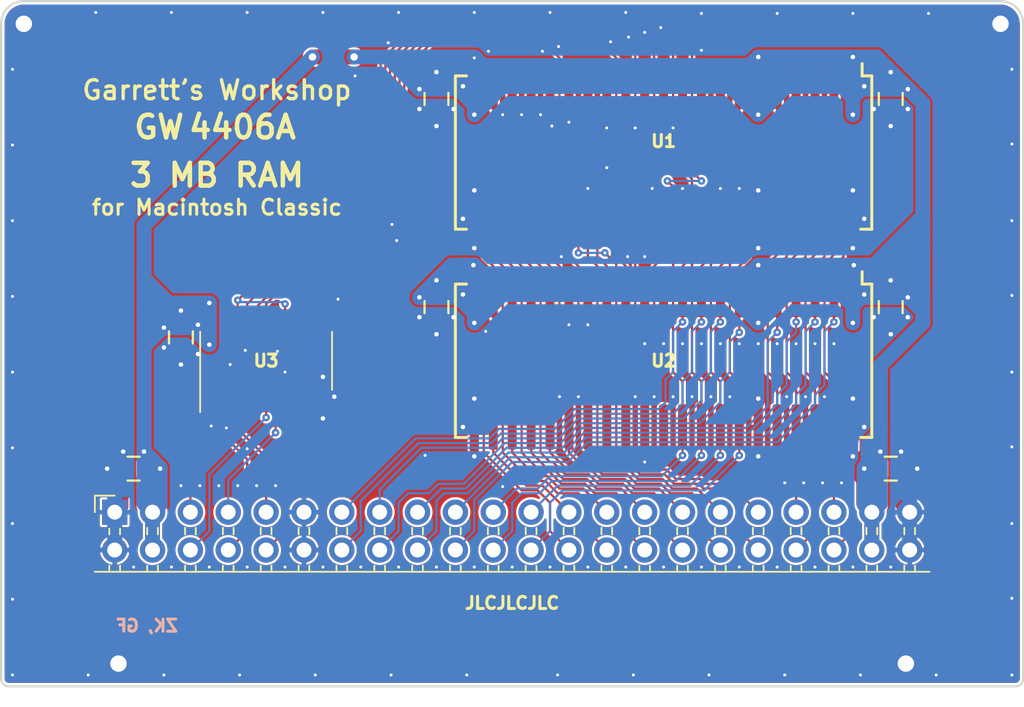
<source format=kicad_pcb>
(kicad_pcb (version 20171130) (host pcbnew "(5.1.10-1-10_14)")
  (layers (0 F.Cu mixed) (31 B.Cu mixed) (34 B.Paste user) (35 F.Paste user) (36 B.SilkS user) (37 F.SilkS user) (38 B.Mask user) (39 F.Mask user) (44 Edge.Cuts user))
  (net 0 "")
  (net 1 +5V)
  (net 2 /~WE~)
  (net 3 GND)
  (net 4 /A0)
  (net 5 /A1)
  (net 6 /A2)
  (net 7 /A3)
  (net 8 /A4)
  (net 9 /A5)
  (net 10 /A6)
  (net 11 /A7)
  (net 12 /A8)
  (net 13 /A9)
  (net 14 /~RAS~)
  (net 15 /DQ7)
  (net 16 /DQ6)
  (net 17 /DQ5)
  (net 18 /DQ4)
  (net 19 /DQ3)
  (net 20 /DQ2)
  (net 21 /DQ1)
  (net 22 /DQ0)
  (net 23 /U~CAS~C)
  (net 24 /L~CAS~C)
  (net 25 /L~CAS~1)
  (net 26 /U~CAS~1)
  (net 27 /U~CAS~D)
  (net 28 /L~CAS~D)
  (net 29 /DQ8)
  (net 30 /DQ10)
  (net 31 /DQ9)
  (net 32 /DQ11)
  (net 33 /DQ12)
  (net 34 /DQ14)
  (net 35 /DQ13)
  (net 36 /DQ15)
  (net 37 /~OE~1)
  (net 38 /~OE~0)
  (net 39 "Net-(U1-Pad11)")
  (net 40 "Net-(U1-Pad12)")
  (net 41 /U~CAS~0)
  (net 42 /L~CAS~0)
  (net 43 "Net-(U1-Pad32)")
  (net 44 "Net-(U2-Pad32)")
  (net 45 "Net-(U2-Pad12)")
  (net 46 "Net-(U2-Pad11)")
  (net 47 "Net-(U1-Pad15)")
  (net 48 "Net-(U1-Pad16)")
  (net 49 "Net-(U2-Pad16)")
  (net 50 "Net-(U2-Pad15)")
  (module stdpads:PinSocket_2x22_P2.54mm_Horizontal (layer F.Cu) (at 93.98 123.19 90)
    (fp_text reference J1 hide)
    (fp_text value "RAM Exp." hide)
    (pad 44 thru_hole oval (at -2.54 53.34 90) (size 1.7 1.7) (drill 1) (layers *.Cu *.Mask) (net 3 GND))
    (pad 43 thru_hole oval (at 0 53.34 90) (size 1.7 1.7) (drill 1) (layers *.Cu *.Mask) (net 3 GND))
    (pad 42 thru_hole oval (at -2.54 50.8 90) (size 1.7 1.7) (drill 1) (layers *.Cu *.Mask) (net 1 +5V))
    (pad 41 thru_hole oval (at 0 50.8 90) (size 1.7 1.7) (drill 1) (layers *.Cu *.Mask) (net 1 +5V))
    (pad 40 thru_hole oval (at -2.54 48.26 90) (size 1.7 1.7) (drill 1) (layers *.Cu *.Mask) (net 35 /DQ13))
    (pad 39 thru_hole oval (at 0 48.26 90) (size 1.7 1.7) (drill 1) (layers *.Cu *.Mask) (net 36 /DQ15))
    (pad 38 thru_hole oval (at -2.54 45.72 90) (size 1.7 1.7) (drill 1) (layers *.Cu *.Mask) (net 33 /DQ12))
    (pad 37 thru_hole oval (at 0 45.72 90) (size 1.7 1.7) (drill 1) (layers *.Cu *.Mask) (net 34 /DQ14))
    (pad 36 thru_hole oval (at -2.54 43.18 90) (size 1.7 1.7) (drill 1) (layers *.Cu *.Mask) (net 14 /~RAS~))
    (pad 35 thru_hole oval (at 0 43.18 90) (size 1.7 1.7) (drill 1) (layers *.Cu *.Mask) (net 2 /~WE~))
    (pad 34 thru_hole oval (at -2.54 40.64 90) (size 1.7 1.7) (drill 1) (layers *.Cu *.Mask) (net 12 /A8))
    (pad 33 thru_hole oval (at 0 40.64 90) (size 1.7 1.7) (drill 1) (layers *.Cu *.Mask) (net 13 /A9))
    (pad 32 thru_hole oval (at -2.54 38.1 90) (size 1.7 1.7) (drill 1) (layers *.Cu *.Mask) (net 4 /A0))
    (pad 31 thru_hole oval (at 0 38.1 90) (size 1.7 1.7) (drill 1) (layers *.Cu *.Mask) (net 11 /A7))
    (pad 30 thru_hole oval (at -2.54 35.56 90) (size 1.7 1.7) (drill 1) (layers *.Cu *.Mask) (net 5 /A1))
    (pad 29 thru_hole oval (at 0 35.56 90) (size 1.7 1.7) (drill 1) (layers *.Cu *.Mask) (net 10 /A6))
    (pad 28 thru_hole oval (at -2.54 33.02 90) (size 1.7 1.7) (drill 1) (layers *.Cu *.Mask) (net 6 /A2))
    (pad 27 thru_hole oval (at 0 33.02 90) (size 1.7 1.7) (drill 1) (layers *.Cu *.Mask) (net 9 /A5))
    (pad 26 thru_hole oval (at -2.54 30.48 90) (size 1.7 1.7) (drill 1) (layers *.Cu *.Mask) (net 7 /A3))
    (pad 25 thru_hole oval (at 0 30.48 90) (size 1.7 1.7) (drill 1) (layers *.Cu *.Mask) (net 8 /A4))
    (pad 24 thru_hole oval (at -2.54 27.94 90) (size 1.7 1.7) (drill 1) (layers *.Cu *.Mask) (net 31 /DQ9))
    (pad 23 thru_hole oval (at 0 27.94 90) (size 1.7 1.7) (drill 1) (layers *.Cu *.Mask) (net 32 /DQ11))
    (pad 22 thru_hole oval (at -2.54 25.4 90) (size 1.7 1.7) (drill 1) (layers *.Cu *.Mask) (net 29 /DQ8))
    (pad 21 thru_hole oval (at 0 25.4 90) (size 1.7 1.7) (drill 1) (layers *.Cu *.Mask) (net 30 /DQ10))
    (pad 20 thru_hole oval (at -2.54 22.86 90) (size 1.7 1.7) (drill 1) (layers *.Cu *.Mask) (net 19 /DQ3))
    (pad 19 thru_hole oval (at 0 22.86 90) (size 1.7 1.7) (drill 1) (layers *.Cu *.Mask) (net 15 /DQ7))
    (pad 18 thru_hole oval (at -2.54 20.32 90) (size 1.7 1.7) (drill 1) (layers *.Cu *.Mask) (net 20 /DQ2))
    (pad 17 thru_hole oval (at 0 20.32 90) (size 1.7 1.7) (drill 1) (layers *.Cu *.Mask) (net 16 /DQ6))
    (pad 16 thru_hole oval (at -2.54 17.78 90) (size 1.7 1.7) (drill 1) (layers *.Cu *.Mask) (net 21 /DQ1))
    (pad 15 thru_hole oval (at 0 17.78 90) (size 1.7 1.7) (drill 1) (layers *.Cu *.Mask) (net 17 /DQ5))
    (pad 14 thru_hole oval (at -2.54 15.24 90) (size 1.7 1.7) (drill 1) (layers *.Cu *.Mask) (net 22 /DQ0))
    (pad 13 thru_hole oval (at 0 15.24 90) (size 1.7 1.7) (drill 1) (layers *.Cu *.Mask) (net 18 /DQ4))
    (pad 12 thru_hole oval (at -2.54 12.7 90) (size 1.7 1.7) (drill 1) (layers *.Cu *.Mask) (net 3 GND))
    (pad 11 thru_hole oval (at 0 12.7 90) (size 1.7 1.7) (drill 1) (layers *.Cu *.Mask) (net 3 GND))
    (pad 10 thru_hole oval (at -2.54 10.16 90) (size 1.7 1.7) (drill 1) (layers *.Cu *.Mask) (net 27 /U~CAS~D))
    (pad 9 thru_hole oval (at 0 10.16 90) (size 1.7 1.7) (drill 1) (layers *.Cu *.Mask) (net 28 /L~CAS~D))
    (pad 8 thru_hole oval (at -2.54 7.62 90) (size 1.7 1.7) (drill 1) (layers *.Cu *.Mask) (net 25 /L~CAS~1))
    (pad 7 thru_hole oval (at 0 7.62 90) (size 1.7 1.7) (drill 1) (layers *.Cu *.Mask) (net 26 /U~CAS~1))
    (pad 6 thru_hole oval (at -2.54 5.08 90) (size 1.7 1.7) (drill 1) (layers *.Cu *.Mask) (net 23 /U~CAS~C))
    (pad 5 thru_hole oval (at 0 5.08 90) (size 1.7 1.7) (drill 1) (layers *.Cu *.Mask) (net 24 /L~CAS~C))
    (pad 4 thru_hole oval (at -2.54 2.54 90) (size 1.7 1.7) (drill 1) (layers *.Cu *.Mask) (net 1 +5V))
    (pad 3 thru_hole oval (at 0 2.54 90) (size 1.7 1.7) (drill 1) (layers *.Cu *.Mask) (net 1 +5V))
    (pad 2 thru_hole oval (at -2.54 0 90) (size 1.7 1.7) (drill 1) (layers *.Cu *.Mask) (net 3 GND))
    (pad 1 thru_hole rect (at 0 0 90) (size 1.7 1.7) (drill 1) (layers *.Cu *.Mask) (net 3 GND))
  )
  (module stdpads:Fiducial (layer F.Cu) (at 147.066 130.81 180)
    (fp_text reference FID2 hide)
    (fp_text value Fiducial hide)
    (pad ~ smd circle (at 0 0 180) (size 1 1) (layers F.Cu F.Mask) (clearance 0.575))
  )
  (module stdpads:PasteHole_1.1mm_PTH (layer F.Cu) (at 94.234 133.35 180)
    (fp_text reference H1)
    (fp_text value " " hide)
    (pad 1 thru_hole circle (at 0 0 180) (size 2 2) (drill 1.1) (layers *.Cu *.Mask) (net 3 GND))
  )
  (module stdpads:PasteHole_1.1mm_PTH (layer F.Cu) (at 147.066 133.35 180)
    (fp_text reference H2)
    (fp_text value " " hide)
    (pad 1 thru_hole circle (at 0 0 180) (size 2 2) (drill 1.1) (layers *.Cu *.Mask) (net 3 GND))
  )
  (module stdpads:Fiducial (layer F.Cu) (at 94.234 130.81 180)
    (fp_text reference FID1 hide)
    (fp_text value Fiducial hide)
    (pad ~ smd circle (at 0 0 180) (size 1 1) (layers F.Cu F.Mask) (clearance 0.575))
  )
  (module stdpads:C_0805 (layer F.Cu) (at 115.57 109.435 270)
    (fp_text reference C4)
    (fp_text value 2u2)
    (pad 2 smd roundrect (at 0.85 0 270) (size 1.05 1.4) (layers F.Cu F.Paste F.Mask) (net 3 GND))
    (pad 1 smd roundrect (at -0.85 0 270) (size 1.05 1.4) (layers F.Cu F.Paste F.Mask) (net 1 +5V))
  )
  (module stdpads:C_0805 (layer F.Cu) (at 146.05 120.269)
    (fp_text reference C2)
    (fp_text value 2u2)
    (pad 2 smd roundrect (at 0.85 0) (size 1.05 1.4) (layers F.Cu F.Paste F.Mask) (net 3 GND))
    (pad 1 smd roundrect (at -0.85 0) (size 1.05 1.4) (layers F.Cu F.Paste F.Mask) (net 1 +5V))
  )
  (module stdpads:PasteHole_1.1mm_PTH (layer F.Cu) (at 87.884 90.424)
    (fp_text reference H4)
    (fp_text value " " hide)
    (pad 1 thru_hole circle (at 0 0) (size 2 2) (drill 1.1) (layers *.Cu *.Mask) (net 3 GND))
  )
  (module stdpads:Fiducial (layer F.Cu) (at 90.424 90.424)
    (fp_text reference FID4 hide)
    (fp_text value Fiducial hide)
    (pad ~ smd circle (at 0 0) (size 1 1) (layers F.Cu F.Mask) (clearance 0.575))
  )
  (module stdpads:Fiducial (layer F.Cu) (at 150.876 90.424)
    (fp_text reference FID3 hide)
    (fp_text value Fiducial hide)
    (pad ~ smd circle (at 0 0) (size 1 1) (layers F.Cu F.Mask) (clearance 0.575))
  )
  (module stdpads:PasteHole_1.1mm_PTH (layer F.Cu) (at 153.416 90.424)
    (fp_text reference H3)
    (fp_text value " " hide)
    (pad 1 thru_hole circle (at 0 0) (size 2 2) (drill 1.1) (layers *.Cu *.Mask) (net 3 GND))
  )
  (module stdpads:C_0805 (layer F.Cu) (at 146.05 95.465 270)
    (fp_text reference C7)
    (fp_text value 2u2)
    (pad 2 smd roundrect (at 0.85 0 270) (size 1.05 1.4) (layers F.Cu F.Paste F.Mask) (net 3 GND))
    (pad 1 smd roundrect (at -0.85 0 270) (size 1.05 1.4) (layers F.Cu F.Paste F.Mask) (net 1 +5V))
  )
  (module stdpads:C_0805 (layer F.Cu) (at 115.57 95.465 270)
    (fp_text reference C6)
    (fp_text value 2u2)
    (pad 2 smd roundrect (at 0.85 0 270) (size 1.05 1.4) (layers F.Cu F.Paste F.Mask) (net 3 GND))
    (pad 1 smd roundrect (at -0.85 0 270) (size 1.05 1.4) (layers F.Cu F.Paste F.Mask) (net 1 +5V))
  )
  (module stdpads:C_0805 (layer F.Cu) (at 146.05 109.435 270)
    (fp_text reference C5)
    (fp_text value 2u2)
    (pad 1 smd roundrect (at -0.85 0 270) (size 1.05 1.4) (layers F.Cu F.Paste F.Mask) (net 1 +5V))
    (pad 2 smd roundrect (at 0.85 0 270) (size 1.05 1.4) (layers F.Cu F.Paste F.Mask) (net 3 GND))
  )
  (module stdpads:C_0805 (layer F.Cu) (at 98.425 111.467 270)
    (fp_text reference C3)
    (fp_text value 2u2)
    (pad 1 smd roundrect (at -0.85 0 270) (size 1.05 1.4) (layers F.Cu F.Paste F.Mask) (net 1 +5V))
    (pad 2 smd roundrect (at 0.85 0 270) (size 1.05 1.4) (layers F.Cu F.Paste F.Mask) (net 3 GND))
  )
  (module stdpads:SOIC-14_3.9mm (layer F.Cu) (at 104.14 113.03)
    (fp_text reference U3)
    (fp_text value 74HCT08D)
    (fp_text user %R (at 0 0 180) (layer F.SilkS) (effects (font (size 0.8128 0.8128) (thickness 0.2032))))
    (pad 14 smd roundrect (at -3.81 -2.475 90) (size 1.95 0.6) (layers F.Cu F.Paste F.Mask) (net 1 +5V))
    (pad 7 smd roundrect (at 3.81 2.475 90) (size 1.95 0.6) (layers F.Cu F.Paste F.Mask) (net 3 GND))
    (pad 12 smd roundrect (at -1.27 -2.475 90) (size 1.95 0.6) (layers F.Cu F.Paste F.Mask) (net 26 /U~CAS~1))
    (pad 8 smd roundrect (at 3.81 -2.475 90) (size 1.95 0.6) (layers F.Cu F.Paste F.Mask) (net 38 /~OE~0))
    (pad 13 smd roundrect (at -2.54 -2.475 90) (size 1.95 0.6) (layers F.Cu F.Paste F.Mask) (net 25 /L~CAS~1))
    (pad 6 smd roundrect (at 2.54 2.475 90) (size 1.95 0.6) (layers F.Cu F.Paste F.Mask) (net 41 /U~CAS~0))
    (pad 9 smd roundrect (at 2.54 -2.475 90) (size 1.95 0.6) (layers F.Cu F.Paste F.Mask) (net 41 /U~CAS~0))
    (pad 10 smd roundrect (at 1.27 -2.475 90) (size 1.95 0.6) (layers F.Cu F.Paste F.Mask) (net 42 /L~CAS~0))
    (pad 11 smd roundrect (at 0 -2.475 90) (size 1.95 0.6) (layers F.Cu F.Paste F.Mask) (net 37 /~OE~1))
    (pad 2 smd roundrect (at -2.54 2.475 90) (size 1.95 0.6) (layers F.Cu F.Paste F.Mask) (net 28 /L~CAS~D))
    (pad 1 smd roundrect (at -3.81 2.475 90) (size 1.95 0.6) (layers F.Cu F.Paste F.Mask) (net 24 /L~CAS~C))
    (pad 4 smd roundrect (at 0 2.475 90) (size 1.95 0.6) (layers F.Cu F.Paste F.Mask) (net 23 /U~CAS~C))
    (pad 3 smd roundrect (at -1.27 2.475 90) (size 1.95 0.6) (layers F.Cu F.Paste F.Mask) (net 42 /L~CAS~0))
    (pad 5 smd roundrect (at 1.27 2.475 90) (size 1.95 0.6) (layers F.Cu F.Paste F.Mask) (net 27 /U~CAS~D))
  )
  (module stdpads:C_0805 (layer F.Cu) (at 95.25 120.269 180)
    (fp_text reference C1)
    (fp_text value 2u2)
    (pad 1 smd roundrect (at -0.85 0 180) (size 1.05 1.4) (layers F.Cu F.Paste F.Mask) (net 1 +5V))
    (pad 2 smd roundrect (at 0.85 0 180) (size 1.05 1.4) (layers F.Cu F.Paste F.Mask) (net 3 GND))
  )
  (module stdpads:SOJ-42_400mil (layer F.Cu) (at 130.81 99.06 270)
    (fp_text reference U1)
    (fp_text value AS4C1M16F5)
    (fp_text user %R (at -0.762 0) (layer F.SilkS) (effects (font (size 0.8128 0.8128) (thickness 0.2032))))
    (pad 28 smd roundrect (at 4.445 5.08 270) (size 3.048 0.6) (layers F.Cu F.Paste F.Mask) (net 13 /A9))
    (pad 27 smd roundrect (at 4.445 6.35 270) (size 3.048 0.6) (layers F.Cu F.Paste F.Mask) (net 12 /A8))
    (pad 14 smd roundrect (at -4.445 3.81 270) (size 3.048 0.6) (layers F.Cu F.Paste F.Mask) (net 14 /~RAS~))
    (pad 8 smd roundrect (at -4.445 -3.81 270) (size 3.048 0.6) (layers F.Cu F.Paste F.Mask) (net 17 /DQ5))
    (pad 6 smd roundrect (at -4.445 -6.35 270) (size 3.048 0.6) (layers F.Cu F.Paste F.Mask) (net 1 +5V))
    (pad 1 smd roundrect (at -4.445 -12.7 270) (size 3.048 0.6) (layers F.Cu F.Paste F.Mask) (net 1 +5V))
    (pad 2 smd roundrect (at -4.445 -11.43 270) (size 3.048 0.6) (layers F.Cu F.Paste F.Mask) (net 19 /DQ3))
    (pad 3 smd roundrect (at -4.445 -10.16 270) (size 3.048 0.6) (layers F.Cu F.Paste F.Mask) (net 15 /DQ7))
    (pad 4 smd roundrect (at -4.445 -8.89 270) (size 3.048 0.6) (layers F.Cu F.Paste F.Mask) (net 20 /DQ2))
    (pad 5 smd roundrect (at -4.445 -7.62 270) (size 3.048 0.6) (layers F.Cu F.Paste F.Mask) (net 16 /DQ6))
    (pad 9 smd roundrect (at -4.445 -2.54 270) (size 3.048 0.6) (layers F.Cu F.Paste F.Mask) (net 22 /DQ0))
    (pad 10 smd roundrect (at -4.445 -1.27 270) (size 3.048 0.6) (layers F.Cu F.Paste F.Mask) (net 18 /DQ4))
    (pad 11 smd roundrect (at -4.445 0 270) (size 3.048 0.6) (layers F.Cu F.Paste F.Mask) (net 39 "Net-(U1-Pad11)"))
    (pad 12 smd roundrect (at -4.445 1.27 270) (size 3.048 0.6) (layers F.Cu F.Paste F.Mask) (net 40 "Net-(U1-Pad12)"))
    (pad 13 smd roundrect (at -4.445 2.54 270) (size 3.048 0.6) (layers F.Cu F.Paste F.Mask) (net 2 /~WE~))
    (pad 22 smd roundrect (at 4.445 12.7 270) (size 3.048 0.6) (layers F.Cu F.Paste F.Mask) (net 3 GND))
    (pad 23 smd roundrect (at 4.445 11.43 270) (size 3.048 0.6) (layers F.Cu F.Paste F.Mask) (net 8 /A4))
    (pad 24 smd roundrect (at 4.445 10.16 270) (size 3.048 0.6) (layers F.Cu F.Paste F.Mask) (net 9 /A5))
    (pad 25 smd roundrect (at 4.445 8.89 270) (size 3.048 0.6) (layers F.Cu F.Paste F.Mask) (net 10 /A6))
    (pad 26 smd roundrect (at 4.445 7.62 270) (size 3.048 0.6) (layers F.Cu F.Paste F.Mask) (net 11 /A7))
    (pad 7 smd roundrect (at -4.445 -5.08 270) (size 3.048 0.6) (layers F.Cu F.Paste F.Mask) (net 21 /DQ1))
    (pad 15 smd roundrect (at -4.445 5.08 270) (size 3.048 0.6) (layers F.Cu F.Paste F.Mask) (net 47 "Net-(U1-Pad15)"))
    (pad 16 smd roundrect (at -4.445 6.35 270) (size 3.048 0.6) (layers F.Cu F.Paste F.Mask) (net 48 "Net-(U1-Pad16)"))
    (pad 17 smd roundrect (at -4.445 7.62 270) (size 3.048 0.6) (layers F.Cu F.Paste F.Mask) (net 4 /A0))
    (pad 18 smd roundrect (at -4.445 8.89 270) (size 3.048 0.6) (layers F.Cu F.Paste F.Mask) (net 5 /A1))
    (pad 19 smd roundrect (at -4.445 10.16 270) (size 3.048 0.6) (layers F.Cu F.Paste F.Mask) (net 6 /A2))
    (pad 36 smd roundrect (at 4.445 -5.08 270) (size 3.048 0.6) (layers F.Cu F.Paste F.Mask) (net 31 /DQ9))
    (pad 35 smd roundrect (at 4.445 -3.81 270) (size 3.048 0.6) (layers F.Cu F.Paste F.Mask) (net 32 /DQ11))
    (pad 29 smd roundrect (at 4.445 3.81 270) (size 3.048 0.6) (layers F.Cu F.Paste F.Mask) (net 38 /~OE~0))
    (pad 30 smd roundrect (at 4.445 2.54 270) (size 3.048 0.6) (layers F.Cu F.Paste F.Mask) (net 41 /U~CAS~0))
    (pad 31 smd roundrect (at 4.445 1.27 270) (size 3.048 0.6) (layers F.Cu F.Paste F.Mask) (net 42 /L~CAS~0))
    (pad 32 smd roundrect (at 4.445 0 270) (size 3.048 0.6) (layers F.Cu F.Paste F.Mask) (net 43 "Net-(U1-Pad32)"))
    (pad 33 smd roundrect (at 4.445 -1.27 270) (size 3.048 0.6) (layers F.Cu F.Paste F.Mask) (net 30 /DQ10))
    (pad 34 smd roundrect (at 4.445 -2.54 270) (size 3.048 0.6) (layers F.Cu F.Paste F.Mask) (net 29 /DQ8))
    (pad 37 smd roundrect (at 4.445 -6.35 270) (size 3.048 0.6) (layers F.Cu F.Paste F.Mask) (net 3 GND))
    (pad 38 smd roundrect (at 4.445 -7.62 270) (size 3.048 0.6) (layers F.Cu F.Paste F.Mask) (net 34 /DQ14))
    (pad 40 smd roundrect (at 4.445 -10.16 270) (size 3.048 0.6) (layers F.Cu F.Paste F.Mask) (net 36 /DQ15))
    (pad 39 smd roundrect (at 4.445 -8.89 270) (size 3.048 0.6) (layers F.Cu F.Paste F.Mask) (net 33 /DQ12))
    (pad 21 smd roundrect (at -4.445 12.7 270) (size 3.048 0.6) (layers F.Cu F.Paste F.Mask) (net 1 +5V))
    (pad 20 smd roundrect (at -4.445 11.43 270) (size 3.048 0.6) (layers F.Cu F.Paste F.Mask) (net 7 /A3))
    (pad 42 smd roundrect (at 4.445 -12.7 270) (size 3.048 0.6) (layers F.Cu F.Paste F.Mask) (net 3 GND))
    (pad 41 smd roundrect (at 4.445 -11.43 270) (size 3.048 0.6) (layers F.Cu F.Paste F.Mask) (net 35 /DQ13))
  )
  (module stdpads:SOJ-42_400mil (layer F.Cu) (at 130.81 113.03 270)
    (fp_text reference U2)
    (fp_text value AS4C1M16F5)
    (fp_text user %R (at 0 0) (layer F.SilkS) (effects (font (size 0.8128 0.8128) (thickness 0.2032))))
    (pad 41 smd roundrect (at 4.445 -11.43 270) (size 3.048 0.6) (layers F.Cu F.Paste F.Mask) (net 35 /DQ13))
    (pad 42 smd roundrect (at 4.445 -12.7 270) (size 3.048 0.6) (layers F.Cu F.Paste F.Mask) (net 3 GND))
    (pad 20 smd roundrect (at -4.445 11.43 270) (size 3.048 0.6) (layers F.Cu F.Paste F.Mask) (net 7 /A3))
    (pad 21 smd roundrect (at -4.445 12.7 270) (size 3.048 0.6) (layers F.Cu F.Paste F.Mask) (net 1 +5V))
    (pad 39 smd roundrect (at 4.445 -8.89 270) (size 3.048 0.6) (layers F.Cu F.Paste F.Mask) (net 33 /DQ12))
    (pad 40 smd roundrect (at 4.445 -10.16 270) (size 3.048 0.6) (layers F.Cu F.Paste F.Mask) (net 36 /DQ15))
    (pad 38 smd roundrect (at 4.445 -7.62 270) (size 3.048 0.6) (layers F.Cu F.Paste F.Mask) (net 34 /DQ14))
    (pad 37 smd roundrect (at 4.445 -6.35 270) (size 3.048 0.6) (layers F.Cu F.Paste F.Mask) (net 3 GND))
    (pad 34 smd roundrect (at 4.445 -2.54 270) (size 3.048 0.6) (layers F.Cu F.Paste F.Mask) (net 29 /DQ8))
    (pad 33 smd roundrect (at 4.445 -1.27 270) (size 3.048 0.6) (layers F.Cu F.Paste F.Mask) (net 30 /DQ10))
    (pad 32 smd roundrect (at 4.445 0 270) (size 3.048 0.6) (layers F.Cu F.Paste F.Mask) (net 44 "Net-(U2-Pad32)"))
    (pad 31 smd roundrect (at 4.445 1.27 270) (size 3.048 0.6) (layers F.Cu F.Paste F.Mask) (net 25 /L~CAS~1))
    (pad 30 smd roundrect (at 4.445 2.54 270) (size 3.048 0.6) (layers F.Cu F.Paste F.Mask) (net 26 /U~CAS~1))
    (pad 29 smd roundrect (at 4.445 3.81 270) (size 3.048 0.6) (layers F.Cu F.Paste F.Mask) (net 37 /~OE~1))
    (pad 35 smd roundrect (at 4.445 -3.81 270) (size 3.048 0.6) (layers F.Cu F.Paste F.Mask) (net 32 /DQ11))
    (pad 36 smd roundrect (at 4.445 -5.08 270) (size 3.048 0.6) (layers F.Cu F.Paste F.Mask) (net 31 /DQ9))
    (pad 19 smd roundrect (at -4.445 10.16 270) (size 3.048 0.6) (layers F.Cu F.Paste F.Mask) (net 6 /A2))
    (pad 18 smd roundrect (at -4.445 8.89 270) (size 3.048 0.6) (layers F.Cu F.Paste F.Mask) (net 5 /A1))
    (pad 17 smd roundrect (at -4.445 7.62 270) (size 3.048 0.6) (layers F.Cu F.Paste F.Mask) (net 4 /A0))
    (pad 16 smd roundrect (at -4.445 6.35 270) (size 3.048 0.6) (layers F.Cu F.Paste F.Mask) (net 49 "Net-(U2-Pad16)"))
    (pad 15 smd roundrect (at -4.445 5.08 270) (size 3.048 0.6) (layers F.Cu F.Paste F.Mask) (net 50 "Net-(U2-Pad15)"))
    (pad 7 smd roundrect (at -4.445 -5.08 270) (size 3.048 0.6) (layers F.Cu F.Paste F.Mask) (net 21 /DQ1))
    (pad 26 smd roundrect (at 4.445 7.62 270) (size 3.048 0.6) (layers F.Cu F.Paste F.Mask) (net 11 /A7))
    (pad 25 smd roundrect (at 4.445 8.89 270) (size 3.048 0.6) (layers F.Cu F.Paste F.Mask) (net 10 /A6))
    (pad 24 smd roundrect (at 4.445 10.16 270) (size 3.048 0.6) (layers F.Cu F.Paste F.Mask) (net 9 /A5))
    (pad 23 smd roundrect (at 4.445 11.43 270) (size 3.048 0.6) (layers F.Cu F.Paste F.Mask) (net 8 /A4))
    (pad 22 smd roundrect (at 4.445 12.7 270) (size 3.048 0.6) (layers F.Cu F.Paste F.Mask) (net 3 GND))
    (pad 13 smd roundrect (at -4.445 2.54 270) (size 3.048 0.6) (layers F.Cu F.Paste F.Mask) (net 2 /~WE~))
    (pad 12 smd roundrect (at -4.445 1.27 270) (size 3.048 0.6) (layers F.Cu F.Paste F.Mask) (net 45 "Net-(U2-Pad12)"))
    (pad 11 smd roundrect (at -4.445 0 270) (size 3.048 0.6) (layers F.Cu F.Paste F.Mask) (net 46 "Net-(U2-Pad11)"))
    (pad 10 smd roundrect (at -4.445 -1.27 270) (size 3.048 0.6) (layers F.Cu F.Paste F.Mask) (net 18 /DQ4))
    (pad 9 smd roundrect (at -4.445 -2.54 270) (size 3.048 0.6) (layers F.Cu F.Paste F.Mask) (net 22 /DQ0))
    (pad 5 smd roundrect (at -4.445 -7.62 270) (size 3.048 0.6) (layers F.Cu F.Paste F.Mask) (net 16 /DQ6))
    (pad 4 smd roundrect (at -4.445 -8.89 270) (size 3.048 0.6) (layers F.Cu F.Paste F.Mask) (net 20 /DQ2))
    (pad 3 smd roundrect (at -4.445 -10.16 270) (size 3.048 0.6) (layers F.Cu F.Paste F.Mask) (net 15 /DQ7))
    (pad 2 smd roundrect (at -4.445 -11.43 270) (size 3.048 0.6) (layers F.Cu F.Paste F.Mask) (net 19 /DQ3))
    (pad 1 smd roundrect (at -4.445 -12.7 270) (size 3.048 0.6) (layers F.Cu F.Paste F.Mask) (net 1 +5V))
    (pad 6 smd roundrect (at -4.445 -6.35 270) (size 3.048 0.6) (layers F.Cu F.Paste F.Mask) (net 1 +5V))
    (pad 8 smd roundrect (at -4.445 -3.81 270) (size 3.048 0.6) (layers F.Cu F.Paste F.Mask) (net 17 /DQ5))
    (pad 14 smd roundrect (at -4.445 3.81 270) (size 3.048 0.6) (layers F.Cu F.Paste F.Mask) (net 14 /~RAS~))
    (pad 27 smd roundrect (at 4.445 6.35 270) (size 3.048 0.6) (layers F.Cu F.Paste F.Mask) (net 12 /A8))
    (pad 28 smd roundrect (at 4.445 5.08 270) (size 3.048 0.6) (layers F.Cu F.Paste F.Mask) (net 13 /A9))
  )
  (gr_arc (start 86.868 134.366) (end 86.36 134.366) (angle -90) (layer Edge.Cuts) (width 0.15))
  (gr_arc (start 154.432 134.366) (end 154.432 134.874) (angle -90) (layer Edge.Cuts) (width 0.15))
  (gr_line (start 154.94 134.366) (end 154.94 118.5545) (layer Edge.Cuts) (width 0.15))
  (gr_text JLCJLCJLC (at 120.65 129.286) (layer F.SilkS) (effects (font (size 0.8128 0.8128) (thickness 0.2032))))
  (gr_text "3 MB RAM" (at 100.838 100.584) (layer F.SilkS) (effects (font (size 1.524 1.524) (thickness 0.3))))
  (gr_text "for Macintosh Classic" (at 100.838 102.743) (layer F.SilkS) (effects (font (size 1.016 1.016) (thickness 0.2))))
  (gr_text GW (at 96.9602 97.358) (layer F.SilkS) (effects (font (size 1.524 1.524) (thickness 0.3))))
  (gr_text 4406A (at 102.5482 97.358) (layer F.SilkS) (effects (font (size 1.524 1.524) (thickness 0.3))))
  (gr_text "Garrett’s Workshop" (at 100.838 94.869) (layer F.SilkS) (effects (font (size 1.27 1.27) (thickness 0.225))))
  (gr_text "ZK, GF" (at 96.139 130.81) (layer B.SilkS) (effects (font (size 0.8128 0.8128) (thickness 0.2032)) (justify mirror)))
  (gr_arc (start 87.884 90.424) (end 87.884 88.9) (angle -90) (layer Edge.Cuts) (width 0.15))
  (gr_arc (start 153.416 90.424) (end 154.94 90.424) (angle -90) (layer Edge.Cuts) (width 0.15))
  (gr_line (start 153.416 88.9) (end 87.884 88.9) (layer Edge.Cuts) (width 0.15))
  (gr_line (start 154.94 118.5545) (end 154.94 90.424) (layer Edge.Cuts) (width 0.15))
  (gr_line (start 86.868 134.874) (end 154.432 134.874) (layer Edge.Cuts) (width 0.15))
  (gr_line (start 86.36 90.424) (end 86.36 134.366) (layer Edge.Cuts) (width 0.15))
  (via (at 137.16 96.52) (size 0.6) (drill 0.3) (layers F.Cu B.Cu) (net 1))
  (segment (start 137.16 94.59) (end 137.16 96.52) (width 0.6) (layer F.Cu) (net 1))
  (via (at 137.16 92.6465) (size 0.6) (drill 0.3) (layers F.Cu B.Cu) (net 1))
  (segment (start 137.16 94.59) (end 137.16 92.6465) (width 0.6) (layer F.Cu) (net 1))
  (via (at 137.16 106.6165) (size 0.6) (drill 0.3) (layers F.Cu B.Cu) (net 1))
  (segment (start 137.16 108.56) (end 137.16 106.6165) (width 0.6) (layer F.Cu) (net 1))
  (via (at 137.16 110.49) (size 0.6) (drill 0.3) (layers F.Cu B.Cu) (net 1))
  (segment (start 137.16 108.56) (end 137.16 110.49) (width 0.6) (layer F.Cu) (net 1))
  (via (at 143.51 110.49) (size 0.6) (drill 0.3) (layers F.Cu B.Cu) (net 1))
  (segment (start 143.51 108.56) (end 143.51 110.49) (width 0.6) (layer F.Cu) (net 1))
  (via (at 143.5735 106.6165) (size 0.6) (drill 0.3) (layers F.Cu B.Cu) (net 1))
  (via (at 143.51 96.52) (size 0.6) (drill 0.3) (layers F.Cu B.Cu) (net 1))
  (segment (start 143.51 94.59) (end 143.51 96.52) (width 0.6) (layer F.Cu) (net 1))
  (via (at 143.51 92.6465) (size 0.6) (drill 0.3) (layers F.Cu B.Cu) (net 1))
  (segment (start 143.51 94.59) (end 143.51 92.6465) (width 0.6) (layer F.Cu) (net 1))
  (via (at 118.11 96.52) (size 0.6) (drill 0.3) (layers F.Cu B.Cu) (net 1))
  (segment (start 118.11 94.59) (end 118.11 96.52) (width 0.6) (layer F.Cu) (net 1))
  (via (at 118.11 110.49) (size 0.6) (drill 0.3) (layers F.Cu B.Cu) (net 1))
  (segment (start 118.11 108.56) (end 118.11 110.49) (width 0.6) (layer F.Cu) (net 1))
  (segment (start 118.085 94.615) (end 117.348 94.615) (width 0.6) (layer F.Cu) (net 1))
  (via (at 117.348 94.615) (size 0.6) (drill 0.3) (layers F.Cu B.Cu) (net 1))
  (segment (start 118.11 94.59) (end 118.085 94.615) (width 0.6) (layer F.Cu) (net 1))
  (via (at 144.272 94.615) (size 0.6) (drill 0.3) (layers F.Cu B.Cu) (net 1))
  (segment (start 143.535 94.615) (end 144.272 94.615) (width 0.6) (layer F.Cu) (net 1))
  (segment (start 143.51 94.59) (end 143.535 94.615) (width 0.6) (layer F.Cu) (net 1))
  (via (at 144.272 108.585) (size 0.6) (drill 0.3) (layers F.Cu B.Cu) (net 1))
  (segment (start 143.535 108.585) (end 144.272 108.585) (width 0.6) (layer F.Cu) (net 1))
  (segment (start 143.51 108.56) (end 143.535 108.585) (width 0.6) (layer F.Cu) (net 1))
  (via (at 117.348 108.585) (size 0.6) (drill 0.3) (layers F.Cu B.Cu) (net 1))
  (segment (start 118.085 108.585) (end 117.348 108.585) (width 0.6) (layer F.Cu) (net 1))
  (segment (start 118.11 108.56) (end 118.085 108.585) (width 0.6) (layer F.Cu) (net 1))
  (via (at 146.05 93.6625) (size 0.6) (drill 0.3) (layers F.Cu B.Cu) (net 1))
  (segment (start 146.05 94.615) (end 146.05 93.6625) (width 0.6) (layer F.Cu) (net 1))
  (segment (start 146.05 94.615) (end 144.272 94.615) (width 0.6) (layer F.Cu) (net 1))
  (via (at 147.193 94.8055) (size 0.6) (drill 0.3) (layers F.Cu B.Cu) (net 1))
  (segment (start 147.0025 94.615) (end 147.193 94.8055) (width 0.6) (layer F.Cu) (net 1))
  (segment (start 146.05 94.615) (end 147.0025 94.615) (width 0.6) (layer F.Cu) (net 1))
  (via (at 146.05 107.6325) (size 0.6) (drill 0.3) (layers F.Cu B.Cu) (net 1))
  (segment (start 146.05 108.585) (end 146.05 107.6325) (width 0.6) (layer F.Cu) (net 1))
  (via (at 147.193 108.7755) (size 0.6) (drill 0.3) (layers F.Cu B.Cu) (net 1))
  (segment (start 146.05 108.585) (end 147.0025 108.585) (width 0.6) (layer F.Cu) (net 1))
  (segment (start 147.0025 108.585) (end 147.193 108.7755) (width 0.6) (layer F.Cu) (net 1))
  (segment (start 115.57 108.585) (end 117.348 108.585) (width 0.6) (layer F.Cu) (net 1))
  (via (at 114.427 108.7755) (size 0.6) (drill 0.3) (layers F.Cu B.Cu) (net 1))
  (segment (start 114.6175 108.585) (end 114.427 108.7755) (width 0.6) (layer F.Cu) (net 1))
  (segment (start 115.57 108.585) (end 114.6175 108.585) (width 0.6) (layer F.Cu) (net 1))
  (via (at 115.57 107.6325) (size 0.6) (drill 0.3) (layers F.Cu B.Cu) (net 1))
  (segment (start 115.57 108.585) (end 115.57 107.6325) (width 0.6) (layer F.Cu) (net 1))
  (segment (start 115.57 94.615) (end 117.348 94.615) (width 0.6) (layer F.Cu) (net 1))
  (segment (start 115.57 94.615) (end 115.57 93.6625) (width 0.6) (layer F.Cu) (net 1))
  (segment (start 114.6175 94.615) (end 114.427 94.8055) (width 0.6) (layer F.Cu) (net 1))
  (segment (start 115.57 94.615) (end 114.6175 94.615) (width 0.6) (layer F.Cu) (net 1))
  (via (at 114.427 94.8055) (size 0.6) (drill 0.3) (layers F.Cu B.Cu) (net 1))
  (via (at 115.57 93.6625) (size 0.6) (drill 0.3) (layers F.Cu B.Cu) (net 1))
  (via (at 145.3515 119.126) (size 0.6) (drill 0.3) (layers F.Cu B.Cu) (net 1))
  (segment (start 145.2 119.2775) (end 145.3515 119.126) (width 0.6) (layer F.Cu) (net 1))
  (segment (start 145.2 120.269) (end 145.2 119.2775) (width 0.6) (layer F.Cu) (net 1))
  (via (at 144.272 120.269) (size 0.6) (drill 0.3) (layers F.Cu B.Cu) (net 1))
  (segment (start 145.2 120.269) (end 144.272 120.269) (width 0.6) (layer F.Cu) (net 1))
  (segment (start 96.1 120.269) (end 97.028 120.269) (width 0.6) (layer F.Cu) (net 1))
  (via (at 97.028 120.269) (size 0.6) (drill 0.3) (layers F.Cu B.Cu) (net 1))
  (segment (start 96.1 120.269) (end 96.1 119.2775) (width 0.6) (layer F.Cu) (net 1))
  (segment (start 96.1 119.2775) (end 95.9485 119.126) (width 0.6) (layer F.Cu) (net 1))
  (via (at 95.9485 119.126) (size 0.6) (drill 0.3) (layers F.Cu B.Cu) (net 1))
  (segment (start 145.2 122.77) (end 144.78 123.19) (width 1) (layer F.Cu) (net 1))
  (segment (start 145.2 120.269) (end 145.2 122.77) (width 1) (layer F.Cu) (net 1))
  (segment (start 144.78 123.19) (end 144.78 125.73) (width 1) (layer F.Cu) (net 1))
  (segment (start 96.52 123.19) (end 96.52 125.73) (width 1) (layer F.Cu) (net 1))
  (segment (start 96.1 122.77) (end 96.52 123.19) (width 1) (layer F.Cu) (net 1))
  (segment (start 96.1 120.269) (end 96.1 122.77) (width 1) (layer F.Cu) (net 1))
  (segment (start 144.78 123.19) (end 144.78 125.73) (width 1) (layer B.Cu) (net 1))
  (segment (start 96.52 123.19) (end 96.52 125.73) (width 1) (layer B.Cu) (net 1))
  (segment (start 145.3515 122.6185) (end 144.78 123.19) (width 1) (layer B.Cu) (net 1))
  (segment (start 145.3515 119.126) (end 145.3515 122.6185) (width 1) (layer B.Cu) (net 1))
  (segment (start 144.272 120.2055) (end 145.3515 119.126) (width 1) (layer B.Cu) (net 1))
  (segment (start 144.272 120.269) (end 144.272 120.2055) (width 1) (layer B.Cu) (net 1))
  (segment (start 144.272 122.682) (end 144.272 120.269) (width 1) (layer B.Cu) (net 1))
  (segment (start 144.78 123.19) (end 144.272 122.682) (width 1) (layer B.Cu) (net 1))
  (segment (start 144.78 119.6975) (end 145.3515 119.126) (width 1) (layer B.Cu) (net 1))
  (segment (start 144.78 123.19) (end 144.78 119.6975) (width 1) (layer B.Cu) (net 1))
  (segment (start 97.028 120.2055) (end 97.028 120.269) (width 1) (layer B.Cu) (net 1))
  (segment (start 95.9485 119.126) (end 97.028 120.2055) (width 1) (layer B.Cu) (net 1))
  (segment (start 97.028 122.682) (end 96.52 123.19) (width 1) (layer B.Cu) (net 1))
  (segment (start 97.028 120.269) (end 97.028 122.682) (width 1) (layer B.Cu) (net 1))
  (segment (start 95.9485 122.6185) (end 96.52 123.19) (width 1) (layer B.Cu) (net 1))
  (segment (start 95.9485 119.126) (end 95.9485 122.6185) (width 1) (layer B.Cu) (net 1))
  (segment (start 96.52 119.6975) (end 95.9485 119.126) (width 1) (layer B.Cu) (net 1))
  (segment (start 96.52 123.19) (end 96.52 119.6975) (width 1) (layer B.Cu) (net 1))
  (via (at 118.11 92.71) (size 0.5) (drill 0.2) (layers F.Cu B.Cu) (net 1))
  (segment (start 118.11 94.59) (end 118.11 92.71) (width 0.5) (layer F.Cu) (net 1))
  (segment (start 145.3515 119.126) (end 145.3515 113.3475) (width 1) (layer B.Cu) (net 1))
  (segment (start 145.3515 113.3475) (end 148.209 110.49) (width 1) (layer B.Cu) (net 1))
  (segment (start 147.2565 108.7755) (end 147.193 108.7755) (width 1) (layer B.Cu) (net 1))
  (segment (start 148.209 109.728) (end 147.2565 108.7755) (width 1) (layer B.Cu) (net 1))
  (segment (start 147.066 108.585) (end 148.209 109.728) (width 1) (layer B.Cu) (net 1))
  (segment (start 144.272 108.585) (end 147.066 108.585) (width 1) (layer B.Cu) (net 1))
  (segment (start 144.4625 108.7755) (end 144.272 108.585) (width 1) (layer B.Cu) (net 1))
  (segment (start 147.193 108.7755) (end 144.4625 108.7755) (width 1) (layer B.Cu) (net 1))
  (segment (start 145.034 106.6165) (end 147.193 108.7755) (width 1) (layer B.Cu) (net 1))
  (segment (start 143.51 106.6165) (end 145.034 106.6165) (width 1) (layer B.Cu) (net 1))
  (segment (start 143.51 107.823) (end 144.272 108.585) (width 1) (layer B.Cu) (net 1))
  (segment (start 143.51 106.6165) (end 143.51 107.823) (width 1) (layer B.Cu) (net 1))
  (segment (start 145.669 108.7755) (end 147.193 108.7755) (width 1) (layer B.Cu) (net 1))
  (segment (start 143.51 106.6165) (end 145.669 108.7755) (width 1) (layer B.Cu) (net 1))
  (segment (start 147.193 108.7755) (end 147.066 108.7755) (width 1) (layer B.Cu) (net 1))
  (segment (start 147.066 108.7755) (end 144.907 106.6165) (width 1) (layer B.Cu) (net 1))
  (segment (start 144.272 108.585) (end 139.1285 108.585) (width 1) (layer B.Cu) (net 1))
  (segment (start 144.272 108.585) (end 139.065 108.585) (width 1) (layer B.Cu) (net 1))
  (segment (start 137.16 110.49) (end 137.16 106.6165) (width 1) (layer B.Cu) (net 1))
  (segment (start 117.348 108.585) (end 135.1915 108.585) (width 1) (layer B.Cu) (net 1))
  (segment (start 117.348 108.585) (end 135.255 108.585) (width 1) (layer B.Cu) (net 1))
  (segment (start 118.11 109.347) (end 118.11 110.49) (width 1) (layer B.Cu) (net 1))
  (segment (start 117.348 108.585) (end 118.11 109.347) (width 1) (layer B.Cu) (net 1))
  (segment (start 117.348 108.585) (end 118.11 107.823) (width 1) (layer B.Cu) (net 1))
  (segment (start 143.51 109.347) (end 144.272 108.585) (width 1) (layer B.Cu) (net 1))
  (segment (start 143.51 110.49) (end 143.51 109.347) (width 1) (layer B.Cu) (net 1))
  (segment (start 142.748 108.585) (end 143.51 107.823) (width 1) (layer B.Cu) (net 1))
  (segment (start 139.065 108.585) (end 142.748 108.585) (width 1) (layer B.Cu) (net 1))
  (segment (start 142.748 108.585) (end 143.51 109.347) (width 1) (layer B.Cu) (net 1))
  (segment (start 144.0815 108.7755) (end 143.51 109.347) (width 1) (layer B.Cu) (net 1))
  (segment (start 147.193 108.7755) (end 144.0815 108.7755) (width 1) (layer B.Cu) (net 1))
  (segment (start 135.255 108.585) (end 139.065 108.585) (width 1) (layer B.Cu) (net 1))
  (segment (start 137.8585 107.315) (end 137.82675 107.28325) (width 1) (layer B.Cu) (net 1))
  (segment (start 137.8585 109.7915) (end 137.8585 107.315) (width 1) (layer B.Cu) (net 1))
  (segment (start 137.8585 109.7915) (end 137.16 110.49) (width 1) (layer B.Cu) (net 1))
  (segment (start 137.82675 107.28325) (end 137.16 106.6165) (width 1) (layer B.Cu) (net 1))
  (segment (start 139.1285 108.585) (end 137.82675 107.28325) (width 1) (layer B.Cu) (net 1))
  (segment (start 139.065 108.585) (end 137.8585 109.7915) (width 1) (layer B.Cu) (net 1))
  (segment (start 136.398 107.3785) (end 136.55675 107.21975) (width 1) (layer B.Cu) (net 1))
  (segment (start 136.398 109.728) (end 136.398 107.3785) (width 1) (layer B.Cu) (net 1))
  (segment (start 136.55675 107.21975) (end 137.16 106.6165) (width 1) (layer B.Cu) (net 1))
  (segment (start 135.255 108.585) (end 136.398 109.728) (width 1) (layer B.Cu) (net 1))
  (segment (start 135.1915 108.585) (end 136.55675 107.21975) (width 1) (layer B.Cu) (net 1))
  (segment (start 136.398 109.728) (end 137.16 110.49) (width 1) (layer B.Cu) (net 1))
  (segment (start 145.0975 106.6165) (end 148.209 109.728) (width 1) (layer B.Cu) (net 1))
  (segment (start 144.907 106.6165) (end 145.0975 106.6165) (width 1) (layer B.Cu) (net 1))
  (segment (start 114.427 108.7755) (end 117.0305 108.7755) (width 1) (layer B.Cu) (net 1))
  (segment (start 118.11 109.855) (end 118.11 110.49) (width 1) (layer B.Cu) (net 1))
  (segment (start 117.0305 108.7755) (end 118.11 109.855) (width 1) (layer B.Cu) (net 1))
  (segment (start 116.3955 107.6325) (end 117.348 108.585) (width 1) (layer B.Cu) (net 1))
  (segment (start 115.57 107.6325) (end 116.3955 107.6325) (width 1) (layer B.Cu) (net 1))
  (segment (start 114.427 108.7755) (end 114.9985 108.7755) (width 1) (layer B.Cu) (net 1))
  (segment (start 120.0785 108.585) (end 135.1915 108.585) (width 1) (layer B.Cu) (net 1))
  (segment (start 135.1915 108.585) (end 120.015 108.585) (width 1) (layer B.Cu) (net 1))
  (segment (start 118.745 107.2515) (end 118.71325 107.21975) (width 1) (layer B.Cu) (net 1))
  (segment (start 120.015 108.585) (end 118.745 109.855) (width 1) (layer B.Cu) (net 1))
  (segment (start 118.745 109.855) (end 118.745 107.2515) (width 1) (layer B.Cu) (net 1))
  (segment (start 118.71325 107.21975) (end 120.0785 108.585) (width 1) (layer B.Cu) (net 1))
  (segment (start 118.745 109.855) (end 118.11 110.49) (width 1) (layer B.Cu) (net 1))
  (segment (start 135.9535 107.823) (end 137.16 106.6165) (width 1) (layer B.Cu) (net 1))
  (segment (start 118.11 107.823) (end 135.9535 107.823) (width 1) (layer B.Cu) (net 1))
  (segment (start 137.16 106.6165) (end 143.51 106.6165) (width 1) (layer B.Cu) (net 1))
  (segment (start 137.16 106.6165) (end 138.1379 107.5944) (width 1) (layer B.Cu) (net 1))
  (segment (start 142.5321 107.5944) (end 143.51 106.6165) (width 1) (layer B.Cu) (net 1))
  (segment (start 138.1379 107.5944) (end 142.5321 107.5944) (width 1) (layer B.Cu) (net 1))
  (segment (start 136.5885 107.188) (end 137.16 106.6165) (width 1) (layer B.Cu) (net 1))
  (segment (start 118.6815 107.188) (end 136.5885 107.188) (width 1) (layer B.Cu) (net 1))
  (segment (start 118.11 106.6165) (end 118.6815 107.188) (width 1) (layer B.Cu) (net 1))
  (segment (start 118.11 106.6165) (end 117.1575 106.6165) (width 1) (layer B.Cu) (net 1))
  (via (at 118.0465 106.6165) (size 0.6) (drill 0.3) (layers F.Cu B.Cu) (net 1))
  (segment (start 117.1575 106.6165) (end 114.9985 108.7755) (width 1) (layer B.Cu) (net 1))
  (segment (start 115.951 108.7755) (end 114.9985 108.7755) (width 1) (layer B.Cu) (net 1))
  (segment (start 116.586 106.6165) (end 114.427 108.7755) (width 1) (layer B.Cu) (net 1))
  (segment (start 118.11 106.6165) (end 116.586 106.6165) (width 1) (layer B.Cu) (net 1))
  (segment (start 118.11 106.6165) (end 118.71325 107.21975) (width 1) (layer B.Cu) (net 1))
  (segment (start 118.11 106.6165) (end 115.951 108.7755) (width 1) (layer B.Cu) (net 1))
  (segment (start 118.11 107.823) (end 118.11 106.6165) (width 1) (layer B.Cu) (net 1))
  (segment (start 118.11 106.6165) (end 118.11 110.49) (width 1) (layer B.Cu) (net 1))
  (segment (start 118.11 106.68) (end 118.0465 106.6165) (width 0.6) (layer F.Cu) (net 1))
  (segment (start 118.11 108.56) (end 118.11 106.68) (width 0.6) (layer F.Cu) (net 1))
  (segment (start 143.51 106.68) (end 143.5735 106.6165) (width 0.6) (layer F.Cu) (net 1))
  (segment (start 143.51 108.56) (end 143.51 106.68) (width 0.6) (layer F.Cu) (net 1))
  (segment (start 137.16 92.6465) (end 143.51 92.6465) (width 1) (layer B.Cu) (net 1))
  (segment (start 117.0305 94.8055) (end 118.11 95.885) (width 1) (layer B.Cu) (net 1))
  (segment (start 137.82675 93.31325) (end 137.16 92.6465) (width 1) (layer B.Cu) (net 1))
  (segment (start 137.8585 95.8215) (end 137.16 96.52) (width 1) (layer B.Cu) (net 1))
  (segment (start 137.8585 93.345) (end 137.82675 93.31325) (width 1) (layer B.Cu) (net 1))
  (segment (start 137.8585 95.8215) (end 137.8585 93.345) (width 1) (layer B.Cu) (net 1))
  (segment (start 139.065 94.615) (end 137.8585 95.8215) (width 1) (layer B.Cu) (net 1))
  (segment (start 139.1285 94.615) (end 137.82675 93.31325) (width 1) (layer B.Cu) (net 1))
  (segment (start 135.255 94.615) (end 139.065 94.615) (width 1) (layer B.Cu) (net 1))
  (segment (start 118.11 95.885) (end 118.11 96.52) (width 1) (layer B.Cu) (net 1))
  (segment (start 118.11 92.6465) (end 116.586 92.6465) (width 1) (layer B.Cu) (net 1))
  (segment (start 118.11 93.853) (end 118.11 92.6465) (width 1) (layer B.Cu) (net 1))
  (segment (start 116.586 92.6465) (end 114.427 94.8055) (width 1) (layer B.Cu) (net 1))
  (segment (start 118.11 92.6465) (end 118.71325 93.24975) (width 1) (layer B.Cu) (net 1))
  (segment (start 118.11 92.6465) (end 118.11 96.52) (width 1) (layer B.Cu) (net 1))
  (segment (start 118.11 92.6465) (end 115.951 94.8055) (width 1) (layer B.Cu) (net 1))
  (segment (start 115.951 94.8055) (end 114.9985 94.8055) (width 1) (layer B.Cu) (net 1))
  (segment (start 117.1575 92.6465) (end 114.9985 94.8055) (width 1) (layer B.Cu) (net 1))
  (segment (start 147.066 94.8055) (end 144.907 92.6465) (width 1) (layer B.Cu) (net 1))
  (segment (start 117.348 94.615) (end 118.11 93.853) (width 1) (layer B.Cu) (net 1))
  (segment (start 143.51 92.6465) (end 145.034 92.6465) (width 1) (layer B.Cu) (net 1))
  (segment (start 118.11 95.377) (end 118.11 96.52) (width 1) (layer B.Cu) (net 1))
  (segment (start 148.209 95.758) (end 147.2565 94.8055) (width 1) (layer B.Cu) (net 1))
  (segment (start 144.272 94.615) (end 139.1285 94.615) (width 1) (layer B.Cu) (net 1))
  (segment (start 144.272 94.615) (end 139.065 94.615) (width 1) (layer B.Cu) (net 1))
  (segment (start 137.16 96.52) (end 137.16 92.6465) (width 1) (layer B.Cu) (net 1))
  (segment (start 147.193 94.8055) (end 147.066 94.8055) (width 1) (layer B.Cu) (net 1))
  (segment (start 147.2565 94.8055) (end 147.193 94.8055) (width 1) (layer B.Cu) (net 1))
  (segment (start 145.034 92.6465) (end 147.193 94.8055) (width 1) (layer B.Cu) (net 1))
  (segment (start 117.348 94.615) (end 118.11 95.377) (width 1) (layer B.Cu) (net 1))
  (segment (start 117.348 94.615) (end 135.1915 94.615) (width 1) (layer B.Cu) (net 1))
  (segment (start 117.348 94.615) (end 135.255 94.615) (width 1) (layer B.Cu) (net 1))
  (segment (start 144.907 92.6465) (end 145.0975 92.6465) (width 1) (layer B.Cu) (net 1))
  (segment (start 145.0975 92.6465) (end 148.209 95.758) (width 1) (layer B.Cu) (net 1))
  (segment (start 118.11 92.6465) (end 118.6815 93.218) (width 1) (layer B.Cu) (net 1))
  (segment (start 118.11 92.6465) (end 117.1575 92.6465) (width 1) (layer B.Cu) (net 1))
  (segment (start 136.398 95.758) (end 137.16 96.52) (width 1) (layer B.Cu) (net 1))
  (segment (start 136.398 93.4085) (end 136.55675 93.24975) (width 1) (layer B.Cu) (net 1))
  (segment (start 136.398 95.758) (end 136.398 93.4085) (width 1) (layer B.Cu) (net 1))
  (segment (start 135.1915 94.615) (end 136.55675 93.24975) (width 1) (layer B.Cu) (net 1))
  (segment (start 135.255 94.615) (end 136.398 95.758) (width 1) (layer B.Cu) (net 1))
  (segment (start 136.55675 93.24975) (end 137.16 92.6465) (width 1) (layer B.Cu) (net 1))
  (segment (start 139.065 94.615) (end 142.748 94.615) (width 1) (layer B.Cu) (net 1))
  (segment (start 143.51 92.6465) (end 143.51 93.853) (width 1) (layer B.Cu) (net 1))
  (segment (start 143.51 92.6465) (end 145.669 94.8055) (width 1) (layer B.Cu) (net 1))
  (segment (start 145.669 94.8055) (end 147.193 94.8055) (width 1) (layer B.Cu) (net 1))
  (segment (start 143.51 95.377) (end 144.272 94.615) (width 1) (layer B.Cu) (net 1))
  (segment (start 136.5885 93.218) (end 137.16 92.6465) (width 1) (layer B.Cu) (net 1))
  (segment (start 118.6815 93.218) (end 136.5885 93.218) (width 1) (layer B.Cu) (net 1))
  (segment (start 142.5321 93.6244) (end 143.51 92.6465) (width 1) (layer B.Cu) (net 1))
  (segment (start 138.1379 93.6244) (end 142.5321 93.6244) (width 1) (layer B.Cu) (net 1))
  (segment (start 114.427 94.8055) (end 114.9985 94.8055) (width 1) (layer B.Cu) (net 1))
  (segment (start 135.1915 94.615) (end 120.015 94.615) (width 1) (layer B.Cu) (net 1))
  (segment (start 120.0785 94.615) (end 135.1915 94.615) (width 1) (layer B.Cu) (net 1))
  (segment (start 114.427 94.8055) (end 117.0305 94.8055) (width 1) (layer B.Cu) (net 1))
  (segment (start 120.015 94.615) (end 118.745 95.885) (width 1) (layer B.Cu) (net 1))
  (segment (start 137.16 92.6465) (end 138.1379 93.6244) (width 1) (layer B.Cu) (net 1))
  (segment (start 118.745 93.2815) (end 118.71325 93.24975) (width 1) (layer B.Cu) (net 1))
  (segment (start 118.11 93.853) (end 135.9535 93.853) (width 1) (layer B.Cu) (net 1))
  (segment (start 135.9535 93.853) (end 137.16 92.6465) (width 1) (layer B.Cu) (net 1))
  (segment (start 118.745 95.885) (end 118.11 96.52) (width 1) (layer B.Cu) (net 1))
  (segment (start 142.748 94.615) (end 143.51 95.377) (width 1) (layer B.Cu) (net 1))
  (segment (start 118.71325 93.24975) (end 120.0785 94.615) (width 1) (layer B.Cu) (net 1))
  (segment (start 118.745 95.885) (end 118.745 93.2815) (width 1) (layer B.Cu) (net 1))
  (segment (start 147.193 94.8055) (end 144.0815 94.8055) (width 1) (layer B.Cu) (net 1))
  (segment (start 144.0815 94.8055) (end 143.51 95.377) (width 1) (layer B.Cu) (net 1))
  (segment (start 144.4625 94.8055) (end 144.272 94.615) (width 1) (layer B.Cu) (net 1))
  (segment (start 147.193 94.8055) (end 144.4625 94.8055) (width 1) (layer B.Cu) (net 1))
  (segment (start 142.748 94.615) (end 143.51 93.853) (width 1) (layer B.Cu) (net 1))
  (segment (start 144.272 94.615) (end 147.066 94.615) (width 1) (layer B.Cu) (net 1))
  (segment (start 147.066 94.615) (end 148.209 95.758) (width 1) (layer B.Cu) (net 1))
  (segment (start 143.51 93.853) (end 144.272 94.615) (width 1) (layer B.Cu) (net 1))
  (segment (start 143.51 96.52) (end 143.51 95.377) (width 1) (layer B.Cu) (net 1))
  (segment (start 148.209 103.3145) (end 148.209 95.758) (width 1) (layer B.Cu) (net 1))
  (segment (start 144.907 106.6165) (end 148.209 103.3145) (width 1) (layer B.Cu) (net 1))
  (segment (start 144.907 106.6165) (end 146.2405 106.6165) (width 1) (layer B.Cu) (net 1))
  (segment (start 148.209 104.648) (end 148.209 103.3145) (width 1) (layer B.Cu) (net 1))
  (segment (start 146.2405 106.6165) (end 148.209 104.648) (width 1) (layer B.Cu) (net 1))
  (segment (start 144.907 106.6165) (end 146.4945 106.6165) (width 1) (layer B.Cu) (net 1))
  (segment (start 148.209 108.331) (end 148.209 110.49) (width 1) (layer B.Cu) (net 1))
  (segment (start 146.4945 106.6165) (end 148.209 108.331) (width 1) (layer B.Cu) (net 1))
  (segment (start 146.2405 106.6165) (end 147.5105 106.6165) (width 1) (layer B.Cu) (net 1))
  (segment (start 148.209 105.918) (end 148.209 104.648) (width 1) (layer B.Cu) (net 1))
  (segment (start 147.5105 106.6165) (end 148.209 105.918) (width 1) (layer B.Cu) (net 1))
  (segment (start 147.6375 106.6165) (end 148.209 107.188) (width 1) (layer B.Cu) (net 1))
  (segment (start 147.5105 106.6165) (end 147.6375 106.6165) (width 1) (layer B.Cu) (net 1))
  (segment (start 148.209 107.188) (end 148.209 103.3145) (width 1) (layer B.Cu) (net 1))
  (segment (start 148.209 110.49) (end 148.209 107.188) (width 1) (layer B.Cu) (net 1))
  (segment (start 144.272 120.269) (end 144.526 120.015) (width 1) (layer B.Cu) (net 1))
  (segment (start 144.526 120.015) (end 144.526 118.618) (width 1) (layer B.Cu) (net 1))
  (segment (start 145.3515 117.7925) (end 145.3515 113.3475) (width 1) (layer B.Cu) (net 1))
  (segment (start 144.526 118.618) (end 145.3515 117.7925) (width 1) (layer B.Cu) (net 1))
  (via (at 99.568 110.617) (size 0.6) (drill 0.3) (layers F.Cu B.Cu) (net 1))
  (segment (start 100.268 110.617) (end 99.568 110.617) (width 0.6) (layer F.Cu) (net 1))
  (segment (start 100.33 110.555) (end 100.268 110.617) (width 0.6) (layer F.Cu) (net 1))
  (segment (start 98.425 110.617) (end 99.568 110.617) (width 0.6) (layer F.Cu) (net 1))
  (via (at 100.33 109.1565) (size 0.6) (drill 0.3) (layers F.Cu B.Cu) (net 1))
  (segment (start 100.33 110.555) (end 100.33 109.1565) (width 0.6) (layer F.Cu) (net 1))
  (via (at 100.33 111.9505) (size 0.6) (drill 0.3) (layers F.Cu B.Cu) (net 1))
  (segment (start 100.33 110.555) (end 100.33 111.9505) (width 0.6) (layer F.Cu) (net 1))
  (via (at 97.282 110.8075) (size 0.6) (drill 0.3) (layers F.Cu B.Cu) (net 1))
  (segment (start 97.4725 110.617) (end 97.282 110.8075) (width 0.6) (layer F.Cu) (net 1))
  (segment (start 98.425 110.617) (end 97.4725 110.617) (width 0.6) (layer F.Cu) (net 1))
  (via (at 98.425 109.6645) (size 0.6) (drill 0.3) (layers F.Cu B.Cu) (net 1))
  (segment (start 98.425 110.617) (end 98.425 109.6645) (width 0.6) (layer F.Cu) (net 1))
  (segment (start 97.282 110.8075) (end 99.259502 110.8075) (width 1) (layer B.Cu) (net 1))
  (segment (start 98.933 109.1565) (end 97.282 110.8075) (width 1) (layer B.Cu) (net 1))
  (segment (start 100.33 109.1565) (end 98.933 109.1565) (width 1) (layer B.Cu) (net 1))
  (segment (start 98.6155 109.6645) (end 99.568 110.617) (width 1) (layer B.Cu) (net 1))
  (segment (start 98.425 109.6645) (end 98.6155 109.6645) (width 1) (layer B.Cu) (net 1))
  (segment (start 98.679 110.8075) (end 97.282 110.8075) (width 1) (layer B.Cu) (net 1))
  (segment (start 100.33 109.1565) (end 98.679 110.8075) (width 1) (layer B.Cu) (net 1))
  (segment (start 97.282 110.8075) (end 97.2185 110.8075) (width 1) (layer B.Cu) (net 1))
  (segment (start 95.9485 112.0775) (end 95.9485 112.141) (width 1) (layer B.Cu) (net 1))
  (segment (start 97.2185 110.8075) (end 95.9485 112.0775) (width 1) (layer B.Cu) (net 1))
  (segment (start 95.9485 119.126) (end 95.9485 112.141) (width 1) (layer B.Cu) (net 1))
  (segment (start 98.8695 109.1565) (end 100.33 109.1565) (width 1) (layer B.Cu) (net 1))
  (segment (start 95.9485 112.0775) (end 98.8695 109.1565) (width 1) (layer B.Cu) (net 1))
  (segment (start 95.9485 109.474) (end 95.9485 109.347) (width 1) (layer B.Cu) (net 1))
  (segment (start 97.282 110.8075) (end 95.9485 109.474) (width 1) (layer B.Cu) (net 1))
  (segment (start 95.9485 110.8075) (end 97.282 110.8075) (width 1) (layer B.Cu) (net 1))
  (segment (start 95.9485 112.141) (end 95.9485 110.8075) (width 1) (layer B.Cu) (net 1))
  (segment (start 95.9485 110.8075) (end 95.9485 109.347) (width 1) (layer B.Cu) (net 1))
  (segment (start 96.139 109.1565) (end 95.9485 109.347) (width 1) (layer B.Cu) (net 1))
  (segment (start 100.33 109.1565) (end 96.139 109.1565) (width 1) (layer B.Cu) (net 1))
  (segment (start 96.266 109.6645) (end 95.9485 109.347) (width 1) (layer B.Cu) (net 1))
  (segment (start 98.425 109.6645) (end 96.266 109.6645) (width 1) (layer B.Cu) (net 1))
  (segment (start 95.9485 106.9975) (end 95.9485 107.5055) (width 1) (layer B.Cu) (net 1))
  (segment (start 95.9485 109.347) (end 95.9485 106.9975) (width 1) (layer B.Cu) (net 1))
  (segment (start 98.1075 109.6645) (end 98.425 109.6645) (width 1) (layer B.Cu) (net 1))
  (segment (start 95.9485 107.5055) (end 98.1075 109.6645) (width 1) (layer B.Cu) (net 1))
  (segment (start 100.33 111.9505) (end 100.33 109.1565) (width 1) (layer B.Cu) (net 1))
  (segment (start 99.187 110.8075) (end 100.33 111.9505) (width 1) (layer B.Cu) (net 1))
  (segment (start 97.282 110.8075) (end 99.187 110.8075) (width 1) (layer B.Cu) (net 1))
  (segment (start 146.05 108.585) (end 144.272 108.585) (width 0.6) (layer F.Cu) (net 1))
  (segment (start 95.9485 103.9495) (end 107.188 92.71) (width 1) (layer B.Cu) (net 1))
  (segment (start 95.9485 106.9975) (end 95.9485 103.9495) (width 1) (layer B.Cu) (net 1))
  (segment (start 118.11 92.71) (end 118.0465 92.6465) (width 1) (layer B.Cu) (net 1))
  (segment (start 107.2515 92.6465) (end 107.188 92.71) (width 1) (layer B.Cu) (net 1))
  (segment (start 113.284 93.6625) (end 115.57 93.6625) (width 1) (layer B.Cu) (net 1))
  (segment (start 114.554 92.6465) (end 115.57 93.6625) (width 1) (layer B.Cu) (net 1))
  (segment (start 112.268 92.6465) (end 113.284 93.6625) (width 1) (layer B.Cu) (net 1))
  (segment (start 112.268 92.6465) (end 114.554 92.6465) (width 1) (layer B.Cu) (net 1))
  (segment (start 112.268 92.6465) (end 114.427 94.8055) (width 1) (layer B.Cu) (net 1))
  (segment (start 116.586 92.6465) (end 112.268 92.6465) (width 1) (layer B.Cu) (net 1))
  (segment (start 112.3315 92.71) (end 118.11 92.71) (width 1) (layer B.Cu) (net 1))
  (segment (start 112.268 92.6465) (end 112.3315 92.71) (width 1) (layer B.Cu) (net 1))
  (via (at 107.2515 92.6465) (size 1) (drill 0.5) (layers F.Cu B.Cu) (net 1))
  (segment (start 110.0455 92.6465) (end 107.2515 92.6465) (width 1) (layer F.Cu) (net 1))
  (segment (start 112.268 92.6465) (end 110.0455 92.6465) (width 1) (layer B.Cu) (net 1))
  (via (at 110.0455 92.6465) (size 1) (drill 0.5) (layers F.Cu B.Cu) (net 1))
  (segment (start 128.27 100.33) (end 128.27 94.59) (width 0.15) (layer F.Cu) (net 2))
  (segment (start 127.635 100.965) (end 128.27 100.33) (width 0.15) (layer F.Cu) (net 2))
  (segment (start 127.635 106.045) (end 127.635 100.965) (width 0.15) (layer F.Cu) (net 2))
  (segment (start 128.27 106.68) (end 127.635 106.045) (width 0.15) (layer F.Cu) (net 2))
  (segment (start 128.27 108.56) (end 128.27 106.68) (width 0.15) (layer F.Cu) (net 2))
  (segment (start 128.27 113.792) (end 127.635 114.427) (width 0.15) (layer F.Cu) (net 2))
  (segment (start 128.27 108.56) (end 128.27 113.792) (width 0.15) (layer F.Cu) (net 2))
  (segment (start 137.16 123.19) (end 135.255 121.285) (width 0.15) (layer F.Cu) (net 2))
  (segment (start 135.255 121.285) (end 133.604 121.285) (width 0.15) (layer F.Cu) (net 2))
  (segment (start 133.604 121.285) (end 133.2865 120.9675) (width 0.15) (layer F.Cu) (net 2))
  (segment (start 133.2865 120.9675) (end 131.6355 120.9675) (width 0.15) (layer F.Cu) (net 2))
  (segment (start 131.6355 120.9675) (end 131.0005 120.3325) (width 0.15) (layer F.Cu) (net 2))
  (segment (start 131.0005 120.3325) (end 129.3495 120.3325) (width 0.15) (layer F.Cu) (net 2))
  (segment (start 129.3495 120.3325) (end 128.7145 119.6975) (width 0.15) (layer F.Cu) (net 2))
  (segment (start 128.7145 119.6975) (end 127.9525 119.6975) (width 0.15) (layer F.Cu) (net 2))
  (segment (start 127.635 119.38) (end 127.635 114.427) (width 0.15) (layer F.Cu) (net 2))
  (segment (start 127.9525 119.6975) (end 127.635 119.38) (width 0.15) (layer F.Cu) (net 2))
  (via (at 94.5515 119.126) (size 0.6) (drill 0.3) (layers F.Cu B.Cu) (net 3))
  (segment (start 94.4 119.2775) (end 94.5515 119.126) (width 0.6) (layer F.Cu) (net 3))
  (segment (start 94.4 120.269) (end 94.4 119.2775) (width 0.6) (layer F.Cu) (net 3))
  (segment (start 94.4 120.269) (end 93.472 120.269) (width 0.6) (layer F.Cu) (net 3))
  (via (at 93.472 120.269) (size 0.6) (drill 0.3) (layers F.Cu B.Cu) (net 3))
  (via (at 137.16 105.4735) (size 0.6) (drill 0.3) (layers F.Cu B.Cu) (net 3))
  (segment (start 137.16 103.53) (end 137.16 105.4735) (width 0.6) (layer F.Cu) (net 3))
  (via (at 137.16 101.6) (size 0.6) (drill 0.3) (layers F.Cu B.Cu) (net 3))
  (segment (start 137.16 103.53) (end 137.16 101.6) (width 0.6) (layer F.Cu) (net 3))
  (via (at 137.16 119.4435) (size 0.6) (drill 0.3) (layers F.Cu B.Cu) (net 3))
  (segment (start 137.16 117.5) (end 137.16 119.4435) (width 0.6) (layer F.Cu) (net 3))
  (via (at 137.16 115.57) (size 0.6) (drill 0.3) (layers F.Cu B.Cu) (net 3))
  (segment (start 137.16 117.5) (end 137.16 115.57) (width 0.6) (layer F.Cu) (net 3))
  (via (at 143.51 115.57) (size 0.6) (drill 0.3) (layers F.Cu B.Cu) (net 3))
  (segment (start 143.51 117.5) (end 143.51 115.57) (width 0.6) (layer F.Cu) (net 3))
  (via (at 143.51 119.4435) (size 0.6) (drill 0.3) (layers F.Cu B.Cu) (net 3))
  (segment (start 143.51 117.5) (end 143.51 119.4435) (width 0.6) (layer F.Cu) (net 3))
  (via (at 143.51 105.4735) (size 0.6) (drill 0.3) (layers F.Cu B.Cu) (net 3))
  (segment (start 143.51 103.53) (end 143.51 105.4735) (width 0.6) (layer F.Cu) (net 3))
  (via (at 143.51 101.6) (size 0.6) (drill 0.3) (layers F.Cu B.Cu) (net 3))
  (segment (start 143.51 103.53) (end 143.51 101.6) (width 0.6) (layer F.Cu) (net 3))
  (via (at 118.11 115.57) (size 0.6) (drill 0.3) (layers F.Cu B.Cu) (net 3))
  (segment (start 118.11 117.5) (end 118.11 115.57) (width 0.6) (layer F.Cu) (net 3))
  (via (at 118.11 119.4435) (size 0.6) (drill 0.3) (layers F.Cu B.Cu) (net 3))
  (segment (start 118.11 117.5) (end 118.11 119.4435) (width 0.6) (layer F.Cu) (net 3))
  (via (at 117.348 117.475) (size 0.6) (drill 0.3) (layers F.Cu B.Cu) (net 3))
  (segment (start 118.085 117.475) (end 117.348 117.475) (width 0.6) (layer F.Cu) (net 3))
  (segment (start 118.11 117.5) (end 118.085 117.475) (width 0.6) (layer F.Cu) (net 3))
  (via (at 144.272 117.475) (size 0.6) (drill 0.3) (layers F.Cu B.Cu) (net 3))
  (segment (start 143.535 117.475) (end 144.272 117.475) (width 0.6) (layer F.Cu) (net 3))
  (segment (start 143.51 117.5) (end 143.535 117.475) (width 0.6) (layer F.Cu) (net 3))
  (via (at 144.272 103.505) (size 0.6) (drill 0.3) (layers F.Cu B.Cu) (net 3))
  (segment (start 143.535 103.505) (end 144.272 103.505) (width 0.6) (layer F.Cu) (net 3))
  (segment (start 143.51 103.53) (end 143.535 103.505) (width 0.6) (layer F.Cu) (net 3))
  (via (at 117.348 103.505) (size 0.6) (drill 0.3) (layers F.Cu B.Cu) (net 3))
  (segment (start 118.085 103.505) (end 117.348 103.505) (width 0.6) (layer F.Cu) (net 3))
  (segment (start 118.11 103.53) (end 118.085 103.505) (width 0.6) (layer F.Cu) (net 3))
  (via (at 118.11 105.4735) (size 0.6) (drill 0.3) (layers F.Cu B.Cu) (net 3))
  (segment (start 118.11 103.53) (end 118.11 105.4735) (width 0.6) (layer F.Cu) (net 3))
  (via (at 118.11 101.6) (size 0.6) (drill 0.3) (layers F.Cu B.Cu) (net 3))
  (segment (start 118.11 103.53) (end 118.11 101.6) (width 0.6) (layer F.Cu) (net 3))
  (via (at 147.193 96.139) (size 0.6) (drill 0.3) (layers F.Cu B.Cu) (net 3))
  (segment (start 147.017 96.315) (end 147.193 96.139) (width 0.6) (layer F.Cu) (net 3))
  (segment (start 146.05 96.315) (end 147.017 96.315) (width 0.6) (layer F.Cu) (net 3))
  (segment (start 145.083 96.315) (end 144.907 96.139) (width 0.6) (layer F.Cu) (net 3))
  (via (at 144.907 96.139) (size 0.6) (drill 0.3) (layers F.Cu B.Cu) (net 3))
  (segment (start 146.05 96.315) (end 145.083 96.315) (width 0.6) (layer F.Cu) (net 3))
  (segment (start 147.017 110.285) (end 147.193 110.109) (width 0.6) (layer F.Cu) (net 3))
  (segment (start 146.05 110.285) (end 147.017 110.285) (width 0.6) (layer F.Cu) (net 3))
  (via (at 147.193 110.109) (size 0.6) (drill 0.3) (layers F.Cu B.Cu) (net 3))
  (segment (start 145.083 110.285) (end 144.907 110.109) (width 0.6) (layer F.Cu) (net 3))
  (segment (start 146.05 110.285) (end 145.083 110.285) (width 0.6) (layer F.Cu) (net 3))
  (via (at 144.907 110.109) (size 0.6) (drill 0.3) (layers F.Cu B.Cu) (net 3))
  (segment (start 116.537 110.285) (end 116.713 110.109) (width 0.6) (layer F.Cu) (net 3))
  (via (at 116.713 110.109) (size 0.6) (drill 0.3) (layers F.Cu B.Cu) (net 3))
  (segment (start 115.57 110.285) (end 116.537 110.285) (width 0.6) (layer F.Cu) (net 3))
  (segment (start 114.603 110.285) (end 114.427 110.109) (width 0.6) (layer F.Cu) (net 3))
  (via (at 114.427 110.109) (size 0.6) (drill 0.3) (layers F.Cu B.Cu) (net 3))
  (segment (start 115.57 110.285) (end 114.603 110.285) (width 0.6) (layer F.Cu) (net 3))
  (via (at 115.57 111.252) (size 0.6) (drill 0.3) (layers F.Cu B.Cu) (net 3))
  (segment (start 115.57 110.285) (end 115.57 111.252) (width 0.6) (layer F.Cu) (net 3))
  (via (at 146.05 111.252) (size 0.6) (drill 0.3) (layers F.Cu B.Cu) (net 3))
  (segment (start 146.05 110.285) (end 146.05 111.252) (width 0.6) (layer F.Cu) (net 3))
  (via (at 146.05 97.282) (size 0.6) (drill 0.3) (layers F.Cu B.Cu) (net 3))
  (segment (start 146.05 96.315) (end 146.05 97.282) (width 0.6) (layer F.Cu) (net 3))
  (segment (start 114.603 96.315) (end 114.427 96.139) (width 0.6) (layer F.Cu) (net 3))
  (segment (start 115.57 96.315) (end 114.603 96.315) (width 0.6) (layer F.Cu) (net 3))
  (via (at 114.427 96.139) (size 0.6) (drill 0.3) (layers F.Cu B.Cu) (net 3))
  (via (at 115.57 97.282) (size 0.6) (drill 0.3) (layers F.Cu B.Cu) (net 3))
  (segment (start 115.57 96.315) (end 115.57 97.282) (width 0.6) (layer F.Cu) (net 3))
  (segment (start 116.537 96.315) (end 116.713 96.139) (width 0.6) (layer F.Cu) (net 3))
  (via (at 116.713 96.139) (size 0.6) (drill 0.3) (layers F.Cu B.Cu) (net 3))
  (segment (start 115.57 96.315) (end 116.537 96.315) (width 0.6) (layer F.Cu) (net 3))
  (via (at 146.7485 119.126) (size 0.6) (drill 0.3) (layers F.Cu B.Cu) (net 3))
  (segment (start 146.9 119.2775) (end 146.7485 119.126) (width 0.6) (layer F.Cu) (net 3))
  (segment (start 146.9 120.269) (end 146.9 119.2775) (width 0.6) (layer F.Cu) (net 3))
  (via (at 147.828 120.269) (size 0.6) (drill 0.3) (layers F.Cu B.Cu) (net 3))
  (segment (start 146.9 120.269) (end 147.828 120.269) (width 0.6) (layer F.Cu) (net 3))
  (segment (start 146.9 122.77) (end 147.32 123.19) (width 1) (layer F.Cu) (net 3))
  (segment (start 146.9 120.269) (end 146.9 122.77) (width 1) (layer F.Cu) (net 3))
  (segment (start 94.4 122.77) (end 93.98 123.19) (width 1) (layer F.Cu) (net 3))
  (segment (start 94.4 120.269) (end 94.4 122.77) (width 1) (layer F.Cu) (net 3))
  (segment (start 93.98 123.19) (end 93.98 125.73) (width 1) (layer F.Cu) (net 3))
  (segment (start 147.32 125.73) (end 147.32 123.19) (width 1) (layer F.Cu) (net 3))
  (segment (start 147.32 123.19) (end 147.32 125.73) (width 1) (layer B.Cu) (net 3))
  (segment (start 93.98 123.19) (end 93.98 125.73) (width 1) (layer B.Cu) (net 3))
  (segment (start 93.98 119.6975) (end 94.5515 119.126) (width 1) (layer B.Cu) (net 3))
  (segment (start 93.98 123.19) (end 93.98 119.6975) (width 1) (layer B.Cu) (net 3))
  (segment (start 93.472 120.2055) (end 93.472 120.269) (width 1) (layer B.Cu) (net 3))
  (segment (start 94.5515 119.126) (end 93.472 120.2055) (width 1) (layer B.Cu) (net 3))
  (segment (start 93.98 120.777) (end 93.472 120.269) (width 1) (layer B.Cu) (net 3))
  (segment (start 93.98 123.19) (end 93.98 120.777) (width 1) (layer B.Cu) (net 3))
  (segment (start 147.32 120.777) (end 147.828 120.269) (width 1) (layer B.Cu) (net 3))
  (segment (start 147.32 123.19) (end 147.32 120.777) (width 1) (layer B.Cu) (net 3))
  (segment (start 147.32 119.6975) (end 146.7485 119.126) (width 1) (layer B.Cu) (net 3))
  (segment (start 147.32 123.19) (end 147.32 119.6975) (width 1) (layer B.Cu) (net 3))
  (segment (start 147.828 120.2055) (end 147.828 120.269) (width 1) (layer B.Cu) (net 3))
  (segment (start 146.7485 119.126) (end 147.828 120.2055) (width 1) (layer B.Cu) (net 3))
  (segment (start 94.5515 120.2055) (end 93.98 120.777) (width 1) (layer B.Cu) (net 3))
  (segment (start 94.5515 119.126) (end 94.5515 120.2055) (width 1) (layer B.Cu) (net 3))
  (segment (start 146.7485 120.2055) (end 147.32 120.777) (width 1) (layer B.Cu) (net 3))
  (segment (start 146.7485 119.126) (end 146.7485 120.2055) (width 1) (layer B.Cu) (net 3))
  (via (at 125.73 110.617) (size 0.5) (drill 0.2) (layers F.Cu B.Cu) (net 3))
  (via (at 124.46 110.617) (size 0.5) (drill 0.2) (layers F.Cu B.Cu) (net 3))
  (via (at 125.095 115.443) (size 0.5) (drill 0.2) (layers F.Cu B.Cu) (net 3))
  (via (at 132.08 111.887) (size 0.5) (drill 0.2) (layers F.Cu B.Cu) (net 3))
  (via (at 133.35 111.887) (size 0.5) (drill 0.2) (layers F.Cu B.Cu) (net 3))
  (via (at 134.62 111.887) (size 0.5) (drill 0.2) (layers F.Cu B.Cu) (net 3))
  (via (at 135.89 111.887) (size 0.5) (drill 0.2) (layers F.Cu B.Cu) (net 3))
  (via (at 138.43 111.887) (size 0.5) (drill 0.2) (layers F.Cu B.Cu) (net 3))
  (via (at 139.7 111.887) (size 0.5) (drill 0.2) (layers F.Cu B.Cu) (net 3))
  (via (at 140.97 111.887) (size 0.5) (drill 0.2) (layers F.Cu B.Cu) (net 3))
  (via (at 142.24 111.887) (size 0.5) (drill 0.2) (layers F.Cu B.Cu) (net 3))
  (via (at 131.445 115.443) (size 0.5) (drill 0.2) (layers F.Cu B.Cu) (net 3))
  (via (at 132.715 115.443) (size 0.5) (drill 0.2) (layers F.Cu B.Cu) (net 3))
  (via (at 133.985 115.443) (size 0.5) (drill 0.2) (layers F.Cu B.Cu) (net 3))
  (via (at 135.255 115.443) (size 0.5) (drill 0.2) (layers F.Cu B.Cu) (net 3))
  (via (at 139.065 115.443) (size 0.5) (drill 0.2) (layers F.Cu B.Cu) (net 3))
  (via (at 140.335 115.443) (size 0.5) (drill 0.2) (layers F.Cu B.Cu) (net 3))
  (via (at 141.605 115.443) (size 0.5) (drill 0.2) (layers F.Cu B.Cu) (net 3))
  (via (at 120.015 121.4755) (size 0.5) (drill 0.2) (layers F.Cu B.Cu) (net 3))
  (via (at 129.54 106.045) (size 0.5) (drill 0.2) (layers F.Cu B.Cu) (net 3))
  (via (at 132.08 101.473) (size 0.5) (drill 0.2) (layers F.Cu B.Cu) (net 3))
  (via (at 130.048 101.473) (size 0.5) (drill 0.2) (layers F.Cu B.Cu) (net 3))
  (via (at 131.445 97.409) (size 0.5) (drill 0.2) (layers F.Cu B.Cu) (net 3))
  (via (at 134.62 101.473) (size 0.5) (drill 0.2) (layers F.Cu B.Cu) (net 3))
  (via (at 135.89 101.473) (size 0.5) (drill 0.2) (layers F.Cu B.Cu) (net 3))
  (via (at 128.27 89.662) (size 0.5) (drill 0.2) (layers F.Cu B.Cu) (net 3))
  (via (at 143.51 126.873) (size 0.5) (drill 0.2) (layers F.Cu B.Cu) (net 3))
  (via (at 140.97 126.873) (size 0.5) (drill 0.2) (layers F.Cu B.Cu) (net 3))
  (via (at 135.89 126.873) (size 0.5) (drill 0.2) (layers F.Cu B.Cu) (net 3))
  (via (at 138.43 126.873) (size 0.5) (drill 0.2) (layers F.Cu B.Cu) (net 3))
  (via (at 128.27 126.873) (size 0.5) (drill 0.2) (layers F.Cu B.Cu) (net 3))
  (via (at 125.73 126.873) (size 0.5) (drill 0.2) (layers F.Cu B.Cu) (net 3))
  (via (at 130.81 126.873) (size 0.5) (drill 0.2) (layers F.Cu B.Cu) (net 3))
  (via (at 133.35 126.873) (size 0.5) (drill 0.2) (layers F.Cu B.Cu) (net 3))
  (via (at 118.11 126.873) (size 0.5) (drill 0.2) (layers F.Cu B.Cu) (net 3))
  (via (at 123.19 126.873) (size 0.5) (drill 0.2) (layers F.Cu B.Cu) (net 3))
  (via (at 115.57 126.873) (size 0.5) (drill 0.2) (layers F.Cu B.Cu) (net 3))
  (via (at 120.65 126.873) (size 0.5) (drill 0.2) (layers F.Cu B.Cu) (net 3))
  (via (at 113.03 126.873) (size 0.5) (drill 0.2) (layers F.Cu B.Cu) (net 3))
  (via (at 110.49 126.873) (size 0.5) (drill 0.2) (layers F.Cu B.Cu) (net 3))
  (via (at 107.95 126.873) (size 0.5) (drill 0.2) (layers F.Cu B.Cu) (net 3))
  (via (at 128.905 97.409) (size 0.5) (drill 0.2) (layers F.Cu B.Cu) (net 3))
  (via (at 130.175 115.443) (size 0.5) (drill 0.2) (layers F.Cu B.Cu) (net 3))
  (via (at 130.81 111.887) (size 0.5) (drill 0.2) (layers F.Cu B.Cu) (net 3))
  (via (at 129.54 111.887) (size 0.5) (drill 0.2) (layers F.Cu B.Cu) (net 3))
  (via (at 128.905 115.443) (size 0.5) (drill 0.2) (layers F.Cu B.Cu) (net 3))
  (via (at 123.952 106.045) (size 0.5) (drill 0.2) (layers F.Cu B.Cu) (net 3))
  (via (at 118.872 111.0615) (size 0.5) (drill 0.2) (layers F.Cu B.Cu) (net 3))
  (via (at 123.825 115.443) (size 0.5) (drill 0.2) (layers F.Cu B.Cu) (net 3))
  (via (at 124.46 97.028) (size 0.5) (drill 0.2) (layers F.Cu B.Cu) (net 3))
  (via (at 120.015 96.52) (size 0.5) (drill 0.2) (layers F.Cu B.Cu) (net 3))
  (via (at 121.285 96.52) (size 0.5) (drill 0.2) (layers F.Cu B.Cu) (net 3))
  (via (at 122.555 96.52) (size 0.5) (drill 0.2) (layers F.Cu B.Cu) (net 3))
  (via (at 123.317 97.282) (size 0.5) (drill 0.2) (layers F.Cu B.Cu) (net 3))
  (via (at 127 97.409) (size 0.5) (drill 0.2) (layers F.Cu B.Cu) (net 3))
  (via (at 127 100.076) (size 0.5) (drill 0.2) (layers F.Cu B.Cu) (net 3))
  (via (at 127.254 91.6305) (size 0.5) (drill 0.2) (layers F.Cu B.Cu) (net 3))
  (via (at 128.4605 91.313) (size 0.5) (drill 0.2) (layers F.Cu B.Cu) (net 3))
  (via (at 129.54 90.9955) (size 0.5) (drill 0.2) (layers F.Cu B.Cu) (net 3))
  (via (at 130.6195 90.678) (size 0.5) (drill 0.2) (layers F.Cu B.Cu) (net 3))
  (via (at 133.35 92.202) (size 0.5) (drill 0.2) (layers F.Cu B.Cu) (net 3))
  (via (at 123.7615 91.948) (size 0.5) (drill 0.2) (layers F.Cu B.Cu) (net 3))
  (via (at 122.682 92.2655) (size 0.5) (drill 0.2) (layers F.Cu B.Cu) (net 3))
  (via (at 125.73 101.473) (size 0.5) (drill 0.2) (layers F.Cu B.Cu) (net 3))
  (via (at 137.16 111.887) (size 0.5) (drill 0.2) (layers F.Cu B.Cu) (net 3))
  (via (at 108.712 115.443) (size 0.6) (drill 0.3) (layers F.Cu B.Cu) (net 3))
  (segment (start 108.012 115.443) (end 108.712 115.443) (width 0.6) (layer F.Cu) (net 3))
  (segment (start 107.95 115.505) (end 108.012 115.443) (width 0.6) (layer F.Cu) (net 3))
  (via (at 107.95 114.1095) (size 0.6) (drill 0.3) (layers F.Cu B.Cu) (net 3))
  (segment (start 107.95 115.505) (end 107.95 114.1095) (width 0.6) (layer F.Cu) (net 3))
  (via (at 107.95 116.9035) (size 0.6) (drill 0.3) (layers F.Cu B.Cu) (net 3))
  (segment (start 107.95 115.505) (end 107.95 116.9035) (width 0.6) (layer F.Cu) (net 3))
  (segment (start 97.458 112.317) (end 97.282 112.141) (width 0.6) (layer F.Cu) (net 3))
  (via (at 97.282 112.141) (size 0.6) (drill 0.3) (layers F.Cu B.Cu) (net 3))
  (segment (start 98.425 112.317) (end 97.458 112.317) (width 0.6) (layer F.Cu) (net 3))
  (via (at 98.425 113.284) (size 0.6) (drill 0.3) (layers F.Cu B.Cu) (net 3))
  (segment (start 98.425 112.317) (end 98.425 113.284) (width 0.6) (layer F.Cu) (net 3))
  (via (at 108.966 108.9025) (size 0.5) (drill 0.2) (layers F.Cu B.Cu) (net 3))
  (via (at 112.5855 103.886) (size 0.5) (drill 0.2) (layers F.Cu B.Cu) (net 3))
  (via (at 104.902 112.395) (size 0.5) (drill 0.2) (layers F.Cu B.Cu) (net 3))
  (via (at 101.727 113.284) (size 0.5) (drill 0.2) (layers F.Cu B.Cu) (net 3))
  (via (at 105.41 113.792) (size 0.5) (drill 0.2) (layers F.Cu B.Cu) (net 3))
  (via (at 104.775 121.412) (size 0.5) (drill 0.2) (layers F.Cu B.Cu) (net 3))
  (via (at 103.505 121.412) (size 0.5) (drill 0.2) (layers F.Cu B.Cu) (net 3))
  (via (at 100.965 121.412) (size 0.5) (drill 0.2) (layers F.Cu B.Cu) (net 3))
  (via (at 102.235 121.412) (size 0.5) (drill 0.2) (layers F.Cu B.Cu) (net 3))
  (via (at 99.695 121.412) (size 0.5) (drill 0.2) (layers F.Cu B.Cu) (net 3))
  (via (at 98.425 121.412) (size 0.5) (drill 0.2) (layers F.Cu B.Cu) (net 3))
  (via (at 101.473 117.5385) (size 0.5) (drill 0.2) (layers F.Cu B.Cu) (net 3))
  (via (at 100.457 117.4115) (size 0.5) (drill 0.2) (layers F.Cu B.Cu) (net 3))
  (via (at 102.87 118.9355) (size 0.5) (drill 0.2) (layers F.Cu B.Cu) (net 3))
  (segment (start 99.363 112.317) (end 99.568 112.522) (width 0.6) (layer F.Cu) (net 3))
  (via (at 99.568 112.5855) (size 0.6) (drill 0.3) (layers F.Cu B.Cu) (net 3))
  (segment (start 98.425 112.317) (end 99.363 112.317) (width 0.6) (layer F.Cu) (net 3))
  (segment (start 99.568 112.5855) (end 99.568 112.522) (width 0.6) (layer F.Cu) (net 3))
  (via (at 114.808 119.38) (size 0.5) (drill 0.2) (layers F.Cu B.Cu) (net 3))
  (via (at 102.743 112.3315) (size 0.5) (drill 0.2) (layers F.Cu B.Cu) (net 3))
  (via (at 138.43 89.7255) (size 0.5) (drill 0.2) (layers F.Cu B.Cu) (net 3))
  (via (at 123.19 89.662) (size 0.5) (drill 0.2) (layers F.Cu B.Cu) (net 3))
  (via (at 118.11 89.662) (size 0.5) (drill 0.2) (layers F.Cu B.Cu) (net 3))
  (via (at 113.03 89.662) (size 0.5) (drill 0.2) (layers F.Cu B.Cu) (net 3))
  (via (at 107.95 89.662) (size 0.5) (drill 0.2) (layers F.Cu B.Cu) (net 3))
  (via (at 133.35 89.7255) (size 0.5) (drill 0.2) (layers F.Cu B.Cu) (net 3))
  (via (at 102.87 89.662) (size 0.5) (drill 0.2) (layers F.Cu B.Cu) (net 3))
  (via (at 102.87 126.873) (size 0.5) (drill 0.2) (layers F.Cu B.Cu) (net 3))
  (via (at 105.41 126.873) (size 0.5) (drill 0.2) (layers F.Cu B.Cu) (net 3))
  (via (at 97.79 126.873) (size 0.5) (drill 0.2) (layers F.Cu B.Cu) (net 3))
  (via (at 100.33 126.873) (size 0.5) (drill 0.2) (layers F.Cu B.Cu) (net 3))
  (via (at 95.25 126.873) (size 0.5) (drill 0.2) (layers F.Cu B.Cu) (net 3))
  (via (at 146.05 126.873) (size 0.5) (drill 0.2) (layers F.Cu B.Cu) (net 3))
  (via (at 112.3315 91.694) (size 0.5) (drill 0.2) (layers F.Cu B.Cu) (net 3))
  (via (at 119.0625 92.2655) (size 0.5) (drill 0.2) (layers F.Cu B.Cu) (net 3))
  (via (at 110.109 93.9165) (size 0.5) (drill 0.2) (layers F.Cu B.Cu) (net 3))
  (via (at 140.208 121.2215) (size 0.5) (drill 0.2) (layers F.Cu B.Cu) (net 3))
  (via (at 141.478 121.2215) (size 0.5) (drill 0.2) (layers F.Cu B.Cu) (net 3))
  (via (at 142.748 121.2215) (size 0.5) (drill 0.2) (layers F.Cu B.Cu) (net 3))
  (via (at 138.938 121.2215) (size 0.5) (drill 0.2) (layers F.Cu B.Cu) (net 3))
  (via (at 129.54 119.8245) (size 0.5) (drill 0.2) (layers F.Cu B.Cu) (net 3))
  (via (at 112.903 104.9655) (size 0.5) (drill 0.2) (layers F.Cu B.Cu) (net 3))
  (via (at 128.397 106.045) (size 0.5) (drill 0.2) (layers F.Cu B.Cu) (net 3))
  (via (at 154.178 128.9685) (size 0.5) (drill 0.2) (layers F.Cu B.Cu) (net 3))
  (via (at 154.178 134.112) (size 0.5) (drill 0.2) (layers F.Cu B.Cu) (net 3))
  (via (at 87.122 129.032) (size 0.5) (drill 0.2) (layers F.Cu B.Cu) (net 3))
  (via (at 87.122 134.112) (size 0.5) (drill 0.2) (layers F.Cu B.Cu) (net 3))
  (via (at 92.71 89.662) (size 0.5) (drill 0.2) (layers F.Cu B.Cu) (net 3))
  (via (at 97.79 89.662) (size 0.5) (drill 0.2) (layers F.Cu B.Cu) (net 3))
  (via (at 143.51 89.7255) (size 0.5) (drill 0.2) (layers F.Cu B.Cu) (net 3))
  (via (at 148.59 89.7255) (size 0.5) (drill 0.2) (layers F.Cu B.Cu) (net 3))
  (via (at 87.122 123.952) (size 0.5) (drill 0.2) (layers F.Cu B.Cu) (net 3))
  (via (at 87.122 118.872) (size 0.5) (drill 0.2) (layers F.Cu B.Cu) (net 3))
  (via (at 87.122 108.712) (size 0.5) (drill 0.2) (layers F.Cu B.Cu) (net 3))
  (via (at 87.122 113.792) (size 0.5) (drill 0.2) (layers F.Cu B.Cu) (net 3))
  (via (at 87.122 103.632) (size 0.5) (drill 0.2) (layers F.Cu B.Cu) (net 3))
  (via (at 87.122 98.552) (size 0.5) (drill 0.2) (layers F.Cu B.Cu) (net 3))
  (via (at 87.122 93.472) (size 0.5) (drill 0.2) (layers F.Cu B.Cu) (net 3))
  (via (at 154.178 118.8085) (size 0.5) (drill 0.2) (layers F.Cu B.Cu) (net 3))
  (via (at 154.178 123.952) (size 0.5) (drill 0.2) (layers F.Cu B.Cu) (net 3))
  (via (at 154.178 113.792) (size 0.5) (drill 0.2) (layers F.Cu B.Cu) (net 3))
  (via (at 154.178 108.6485) (size 0.5) (drill 0.2) (layers F.Cu B.Cu) (net 3))
  (via (at 154.178 103.632) (size 0.5) (drill 0.2) (layers F.Cu B.Cu) (net 3))
  (via (at 154.178 98.4885) (size 0.5) (drill 0.2) (layers F.Cu B.Cu) (net 3))
  (via (at 154.178 93.472) (size 0.5) (drill 0.2) (layers F.Cu B.Cu) (net 3))
  (via (at 149.098 134.112) (size 0.5) (drill 0.2) (layers F.Cu B.Cu) (net 3))
  (via (at 138.938 134.112) (size 0.5) (drill 0.2) (layers F.Cu B.Cu) (net 3))
  (via (at 144.018 134.112) (size 0.5) (drill 0.2) (layers F.Cu B.Cu) (net 3))
  (via (at 128.778 134.112) (size 0.5) (drill 0.2) (layers F.Cu B.Cu) (net 3))
  (via (at 133.858 134.112) (size 0.5) (drill 0.2) (layers F.Cu B.Cu) (net 3))
  (via (at 123.698 134.112) (size 0.5) (drill 0.2) (layers F.Cu B.Cu) (net 3))
  (via (at 92.202 134.112) (size 0.5) (drill 0.2) (layers F.Cu B.Cu) (net 3))
  (via (at 102.362 134.112) (size 0.5) (drill 0.2) (layers F.Cu B.Cu) (net 3))
  (via (at 97.282 134.112) (size 0.5) (drill 0.2) (layers F.Cu B.Cu) (net 3))
  (via (at 112.522 134.112) (size 0.5) (drill 0.2) (layers F.Cu B.Cu) (net 3))
  (via (at 107.442 134.112) (size 0.5) (drill 0.2) (layers F.Cu B.Cu) (net 3))
  (via (at 117.602 134.112) (size 0.5) (drill 0.2) (layers F.Cu B.Cu) (net 3))
  (segment (start 130.81 124.46) (end 132.08 125.73) (width 0.15) (layer F.Cu) (net 4))
  (segment (start 130.81 122.555) (end 130.81 124.46) (width 0.15) (layer F.Cu) (net 4))
  (segment (start 130.175 121.92) (end 130.81 122.555) (width 0.15) (layer F.Cu) (net 4))
  (segment (start 128.7145 121.92) (end 130.175 121.92) (width 0.15) (layer F.Cu) (net 4))
  (segment (start 125.7935 120.65) (end 126.4285 121.285) (width 0.15) (layer F.Cu) (net 4))
  (segment (start 126.4285 121.285) (end 128.0795 121.285) (width 0.15) (layer F.Cu) (net 4))
  (segment (start 128.0795 121.285) (end 128.7145 121.92) (width 0.15) (layer F.Cu) (net 4))
  (segment (start 124.206 120.65) (end 125.7935 120.65) (width 0.15) (layer F.Cu) (net 4))
  (segment (start 123.3805 119.8245) (end 124.206 120.65) (width 0.15) (layer F.Cu) (net 4))
  (segment (start 123.19 119.8245) (end 123.3805 119.8245) (width 0.15) (layer F.Cu) (net 4))
  (segment (start 122.555 119.1895) (end 123.19 119.8245) (width 0.15) (layer F.Cu) (net 4))
  (segment (start 122.555 114.427) (end 122.555 119.1895) (width 0.15) (layer F.Cu) (net 4))
  (segment (start 123.19 113.792) (end 122.555 114.427) (width 0.15) (layer F.Cu) (net 4))
  (segment (start 123.19 108.56) (end 123.19 113.792) (width 0.15) (layer F.Cu) (net 4))
  (segment (start 123.19 96.647) (end 123.19 94.59) (width 0.15) (layer F.Cu) (net 4))
  (segment (start 122.555 97.282) (end 123.19 96.647) (width 0.15) (layer F.Cu) (net 4))
  (segment (start 122.555 106.045) (end 122.555 97.282) (width 0.15) (layer F.Cu) (net 4))
  (segment (start 123.19 106.68) (end 122.555 106.045) (width 0.15) (layer F.Cu) (net 4))
  (segment (start 123.19 108.56) (end 123.19 106.68) (width 0.15) (layer F.Cu) (net 4))
  (segment (start 121.92 113.792) (end 121.92 108.56) (width 0.15) (layer F.Cu) (net 5))
  (segment (start 121.285 114.427) (end 121.92 113.792) (width 0.15) (layer F.Cu) (net 5))
  (segment (start 121.285 119.1895) (end 121.285 114.427) (width 0.15) (layer F.Cu) (net 5))
  (segment (start 122.555 120.4595) (end 121.285 119.1895) (width 0.15) (layer F.Cu) (net 5))
  (segment (start 123.1265 120.4595) (end 122.555 120.4595) (width 0.15) (layer F.Cu) (net 5))
  (segment (start 123.952 121.285) (end 123.1265 120.4595) (width 0.15) (layer F.Cu) (net 5))
  (segment (start 125.5395 121.285) (end 123.952 121.285) (width 0.15) (layer F.Cu) (net 5))
  (segment (start 126.1745 121.92) (end 125.5395 121.285) (width 0.15) (layer F.Cu) (net 5))
  (segment (start 129.54 125.73) (end 128.27 124.46) (width 0.15) (layer F.Cu) (net 5))
  (segment (start 128.27 122.555) (end 127.635 121.92) (width 0.15) (layer F.Cu) (net 5))
  (segment (start 127.635 121.92) (end 126.1745 121.92) (width 0.15) (layer F.Cu) (net 5))
  (segment (start 128.27 124.46) (end 128.27 122.555) (width 0.15) (layer F.Cu) (net 5))
  (segment (start 121.92 96.647) (end 121.92 94.59) (width 0.15) (layer F.Cu) (net 5))
  (segment (start 121.285 97.282) (end 121.92 96.647) (width 0.15) (layer F.Cu) (net 5))
  (segment (start 121.285 106.045) (end 121.285 97.282) (width 0.15) (layer F.Cu) (net 5))
  (segment (start 121.92 106.68) (end 121.285 106.045) (width 0.15) (layer F.Cu) (net 5))
  (segment (start 121.92 108.56) (end 121.92 106.68) (width 0.15) (layer F.Cu) (net 5))
  (segment (start 120.65 113.792) (end 120.65 108.56) (width 0.15) (layer F.Cu) (net 6))
  (segment (start 120.015 114.427) (end 120.65 113.792) (width 0.15) (layer F.Cu) (net 6))
  (segment (start 120.015 119.1895) (end 120.015 114.427) (width 0.15) (layer F.Cu) (net 6))
  (segment (start 121.92 121.0945) (end 120.015 119.1895) (width 0.15) (layer F.Cu) (net 6))
  (segment (start 122.8725 121.0945) (end 121.92 121.0945) (width 0.15) (layer F.Cu) (net 6))
  (segment (start 123.698 121.92) (end 122.8725 121.0945) (width 0.15) (layer F.Cu) (net 6))
  (segment (start 125.095 121.92) (end 123.698 121.92) (width 0.15) (layer F.Cu) (net 6))
  (segment (start 125.73 122.555) (end 125.095 121.92) (width 0.15) (layer F.Cu) (net 6))
  (segment (start 125.73 124.46) (end 125.73 122.555) (width 0.15) (layer F.Cu) (net 6))
  (segment (start 127 125.73) (end 125.73 124.46) (width 0.15) (layer F.Cu) (net 6))
  (segment (start 120.015 97.282) (end 120.65 96.647) (width 0.15) (layer F.Cu) (net 6))
  (segment (start 120.65 96.647) (end 120.65 94.59) (width 0.15) (layer F.Cu) (net 6))
  (segment (start 120.015 106.045) (end 120.015 97.282) (width 0.15) (layer F.Cu) (net 6))
  (segment (start 120.65 106.68) (end 120.015 106.045) (width 0.15) (layer F.Cu) (net 6))
  (segment (start 120.65 108.56) (end 120.65 106.68) (width 0.15) (layer F.Cu) (net 6))
  (segment (start 119.38 113.792) (end 119.38 108.56) (width 0.15) (layer F.Cu) (net 7))
  (segment (start 118.745 114.427) (end 119.38 113.792) (width 0.15) (layer F.Cu) (net 7))
  (segment (start 118.745 119.1895) (end 118.745 114.427) (width 0.15) (layer F.Cu) (net 7))
  (segment (start 121.285 121.7295) (end 118.745 119.1895) (width 0.15) (layer F.Cu) (net 7))
  (segment (start 123.19 124.46) (end 123.19 122.555) (width 0.15) (layer F.Cu) (net 7))
  (segment (start 123.19 122.555) (end 122.3645 121.7295) (width 0.15) (layer F.Cu) (net 7))
  (segment (start 122.3645 121.7295) (end 121.285 121.7295) (width 0.15) (layer F.Cu) (net 7))
  (segment (start 124.46 125.73) (end 123.19 124.46) (width 0.15) (layer F.Cu) (net 7))
  (segment (start 119.38 96.647) (end 119.38 94.59) (width 0.15) (layer F.Cu) (net 7))
  (segment (start 118.745 106.045) (end 118.745 97.282) (width 0.15) (layer F.Cu) (net 7))
  (segment (start 119.38 106.68) (end 118.745 106.045) (width 0.15) (layer F.Cu) (net 7))
  (segment (start 118.745 97.282) (end 119.38 96.647) (width 0.15) (layer F.Cu) (net 7))
  (segment (start 119.38 108.56) (end 119.38 106.68) (width 0.15) (layer F.Cu) (net 7))
  (segment (start 119.38 114.427) (end 119.38 117.5) (width 0.15) (layer F.Cu) (net 8))
  (segment (start 120.015 106.68) (end 120.015 113.792) (width 0.15) (layer F.Cu) (net 8))
  (segment (start 120.015 113.792) (end 119.38 114.427) (width 0.15) (layer F.Cu) (net 8))
  (segment (start 119.38 106.045) (end 120.015 106.68) (width 0.15) (layer F.Cu) (net 8))
  (segment (start 119.38 103.53) (end 119.38 106.045) (width 0.15) (layer F.Cu) (net 8))
  (segment (start 119.38 119.1895) (end 119.38 117.5) (width 0.15) (layer F.Cu) (net 8))
  (segment (start 121.6025 121.412) (end 119.38 119.1895) (width 0.15) (layer F.Cu) (net 8))
  (segment (start 122.682 121.412) (end 121.6025 121.412) (width 0.15) (layer F.Cu) (net 8))
  (segment (start 124.46 123.19) (end 122.682 121.412) (width 0.15) (layer F.Cu) (net 8))
  (segment (start 121.285 113.792) (end 120.65 114.427) (width 0.15) (layer F.Cu) (net 9))
  (segment (start 121.285 106.68) (end 121.285 113.792) (width 0.15) (layer F.Cu) (net 9))
  (segment (start 120.65 106.045) (end 121.285 106.68) (width 0.15) (layer F.Cu) (net 9))
  (segment (start 120.65 114.427) (end 120.65 117.5) (width 0.15) (layer F.Cu) (net 9))
  (segment (start 120.65 103.53) (end 120.65 106.045) (width 0.15) (layer F.Cu) (net 9))
  (segment (start 120.65 119.1895) (end 120.65 117.5) (width 0.15) (layer F.Cu) (net 9))
  (segment (start 122.2375 120.777) (end 120.65 119.1895) (width 0.15) (layer F.Cu) (net 9))
  (segment (start 122.9995 120.777) (end 122.2375 120.777) (width 0.15) (layer F.Cu) (net 9))
  (segment (start 123.825 121.6025) (end 122.9995 120.777) (width 0.15) (layer F.Cu) (net 9))
  (segment (start 125.4125 121.6025) (end 123.825 121.6025) (width 0.15) (layer F.Cu) (net 9))
  (segment (start 127 123.19) (end 125.4125 121.6025) (width 0.15) (layer F.Cu) (net 9))
  (segment (start 121.92 114.427) (end 121.92 117.5) (width 0.15) (layer F.Cu) (net 10))
  (segment (start 122.555 113.792) (end 121.92 114.427) (width 0.15) (layer F.Cu) (net 10))
  (segment (start 121.92 106.045) (end 122.555 106.68) (width 0.15) (layer F.Cu) (net 10))
  (segment (start 122.555 106.68) (end 122.555 113.792) (width 0.15) (layer F.Cu) (net 10))
  (segment (start 121.92 103.53) (end 121.92 106.045) (width 0.15) (layer F.Cu) (net 10))
  (segment (start 121.92 119.1895) (end 121.92 117.5) (width 0.15) (layer F.Cu) (net 10))
  (segment (start 122.8725 120.142) (end 121.92 119.1895) (width 0.15) (layer F.Cu) (net 10))
  (segment (start 123.2535 120.142) (end 122.8725 120.142) (width 0.15) (layer F.Cu) (net 10))
  (segment (start 124.079 120.9675) (end 123.2535 120.142) (width 0.15) (layer F.Cu) (net 10))
  (segment (start 126.3015 121.6025) (end 125.6665 120.9675) (width 0.15) (layer F.Cu) (net 10))
  (segment (start 125.6665 120.9675) (end 124.079 120.9675) (width 0.15) (layer F.Cu) (net 10))
  (segment (start 127.9525 121.6025) (end 126.3015 121.6025) (width 0.15) (layer F.Cu) (net 10))
  (segment (start 129.54 123.19) (end 127.9525 121.6025) (width 0.15) (layer F.Cu) (net 10))
  (segment (start 124.333 120.3325) (end 123.19 119.1895) (width 0.15) (layer F.Cu) (net 11))
  (segment (start 125.9205 120.3325) (end 124.333 120.3325) (width 0.15) (layer F.Cu) (net 11))
  (segment (start 128.2065 120.9675) (end 126.5555 120.9675) (width 0.15) (layer F.Cu) (net 11))
  (segment (start 126.5555 120.9675) (end 125.9205 120.3325) (width 0.15) (layer F.Cu) (net 11))
  (segment (start 128.8415 121.6025) (end 128.2065 120.9675) (width 0.15) (layer F.Cu) (net 11))
  (segment (start 130.4925 121.6025) (end 128.8415 121.6025) (width 0.15) (layer F.Cu) (net 11))
  (segment (start 132.08 123.19) (end 130.4925 121.6025) (width 0.15) (layer F.Cu) (net 11))
  (segment (start 123.19 114.427) (end 123.19 117.5) (width 0.15) (layer F.Cu) (net 11))
  (segment (start 123.825 113.792) (end 123.19 114.427) (width 0.15) (layer F.Cu) (net 11))
  (segment (start 123.825 106.68) (end 123.825 113.792) (width 0.15) (layer F.Cu) (net 11))
  (segment (start 123.19 106.045) (end 123.825 106.68) (width 0.15) (layer F.Cu) (net 11))
  (segment (start 123.19 103.53) (end 123.19 106.045) (width 0.15) (layer F.Cu) (net 11))
  (segment (start 123.19 117.5) (end 123.19 119.1895) (width 0.15) (layer F.Cu) (net 11))
  (segment (start 125.095 113.792) (end 124.46 114.427) (width 0.15) (layer F.Cu) (net 12))
  (segment (start 124.46 106.045) (end 125.095 106.68) (width 0.15) (layer F.Cu) (net 12))
  (segment (start 124.46 114.427) (end 124.46 117.5) (width 0.15) (layer F.Cu) (net 12))
  (segment (start 125.095 106.68) (end 125.095 113.792) (width 0.15) (layer F.Cu) (net 12))
  (segment (start 124.46 103.53) (end 124.46 106.045) (width 0.15) (layer F.Cu) (net 12))
  (segment (start 124.46 119.1895) (end 124.46 117.5) (width 0.15) (layer F.Cu) (net 12))
  (segment (start 125.2855 120.015) (end 124.46 119.1895) (width 0.15) (layer F.Cu) (net 12))
  (segment (start 126.0475 120.015) (end 125.2855 120.015) (width 0.15) (layer F.Cu) (net 12))
  (segment (start 126.6825 120.65) (end 126.0475 120.015) (width 0.15) (layer F.Cu) (net 12))
  (segment (start 128.3335 120.65) (end 126.6825 120.65) (width 0.15) (layer F.Cu) (net 12))
  (segment (start 128.9685 121.285) (end 128.3335 120.65) (width 0.15) (layer F.Cu) (net 12))
  (segment (start 130.6195 121.285) (end 128.9685 121.285) (width 0.15) (layer F.Cu) (net 12))
  (segment (start 131.2545 121.92) (end 130.6195 121.285) (width 0.15) (layer F.Cu) (net 12))
  (segment (start 132.715 121.92) (end 131.2545 121.92) (width 0.15) (layer F.Cu) (net 12))
  (segment (start 133.35 122.555) (end 132.715 121.92) (width 0.15) (layer F.Cu) (net 12))
  (segment (start 133.35 124.46) (end 133.35 122.555) (width 0.15) (layer F.Cu) (net 12))
  (segment (start 134.62 125.73) (end 133.35 124.46) (width 0.15) (layer F.Cu) (net 12))
  (segment (start 125.73 106.045) (end 125.73 103.53) (width 0.15) (layer F.Cu) (net 13))
  (segment (start 126.365 113.792) (end 126.365 106.68) (width 0.15) (layer F.Cu) (net 13))
  (segment (start 126.365 106.68) (end 125.73 106.045) (width 0.15) (layer F.Cu) (net 13))
  (segment (start 125.73 114.427) (end 126.365 113.792) (width 0.15) (layer F.Cu) (net 13))
  (segment (start 125.73 117.5) (end 125.73 114.427) (width 0.15) (layer F.Cu) (net 13))
  (segment (start 126.873 120.3325) (end 125.73 119.1895) (width 0.15) (layer F.Cu) (net 13))
  (segment (start 125.73 119.1895) (end 125.73 117.5) (width 0.15) (layer F.Cu) (net 13))
  (segment (start 129.0955 120.9675) (end 128.4605 120.3325) (width 0.15) (layer F.Cu) (net 13))
  (segment (start 130.7465 120.9675) (end 129.0955 120.9675) (width 0.15) (layer F.Cu) (net 13))
  (segment (start 131.3815 121.6025) (end 130.7465 120.9675) (width 0.15) (layer F.Cu) (net 13))
  (segment (start 133.0325 121.6025) (end 131.3815 121.6025) (width 0.15) (layer F.Cu) (net 13))
  (segment (start 128.4605 120.3325) (end 126.873 120.3325) (width 0.15) (layer F.Cu) (net 13))
  (segment (start 134.62 123.19) (end 133.0325 121.6025) (width 0.15) (layer F.Cu) (net 13))
  (segment (start 127 96.52) (end 127 94.59) (width 0.15) (layer F.Cu) (net 14))
  (segment (start 126.365 106.045) (end 126.365 97.155) (width 0.15) (layer F.Cu) (net 14))
  (segment (start 126.365 97.155) (end 127 96.52) (width 0.15) (layer F.Cu) (net 14))
  (segment (start 127 106.68) (end 126.365 106.045) (width 0.15) (layer F.Cu) (net 14))
  (segment (start 127 108.56) (end 127 106.68) (width 0.15) (layer F.Cu) (net 14))
  (segment (start 135.89 124.46) (end 137.16 125.73) (width 0.15) (layer F.Cu) (net 14))
  (segment (start 134.9375 121.6025) (end 135.89 122.555) (width 0.15) (layer F.Cu) (net 14))
  (segment (start 133.477 121.6025) (end 134.9375 121.6025) (width 0.15) (layer F.Cu) (net 14))
  (segment (start 133.1595 121.285) (end 133.477 121.6025) (width 0.15) (layer F.Cu) (net 14))
  (segment (start 128.5875 120.015) (end 129.2225 120.65) (width 0.15) (layer F.Cu) (net 14))
  (segment (start 129.2225 120.65) (end 130.8735 120.65) (width 0.15) (layer F.Cu) (net 14))
  (segment (start 131.5085 121.285) (end 133.1595 121.285) (width 0.15) (layer F.Cu) (net 14))
  (segment (start 130.8735 120.65) (end 131.5085 121.285) (width 0.15) (layer F.Cu) (net 14))
  (segment (start 127 108.56) (end 127 113.792) (width 0.15) (layer F.Cu) (net 14))
  (segment (start 127 120.015) (end 128.5875 120.015) (width 0.15) (layer F.Cu) (net 14))
  (segment (start 127 113.792) (end 126.365 114.427) (width 0.15) (layer F.Cu) (net 14))
  (segment (start 135.89 122.555) (end 135.89 124.46) (width 0.15) (layer F.Cu) (net 14))
  (segment (start 126.365 114.427) (end 126.365 119.38) (width 0.15) (layer F.Cu) (net 14))
  (segment (start 126.365 119.38) (end 127 120.015) (width 0.15) (layer F.Cu) (net 14))
  (via (at 140.97 110.4265) (size 0.5) (drill 0.2) (layers F.Cu B.Cu) (net 15))
  (segment (start 141.605 106.045) (end 140.97 106.68) (width 0.15) (layer F.Cu) (net 15))
  (segment (start 140.97 106.68) (end 140.97 108.56) (width 0.15) (layer F.Cu) (net 15))
  (segment (start 141.605 100.33) (end 141.605 106.045) (width 0.15) (layer F.Cu) (net 15))
  (segment (start 140.97 99.695) (end 141.605 100.33) (width 0.15) (layer F.Cu) (net 15))
  (segment (start 140.97 94.59) (end 140.97 99.695) (width 0.15) (layer F.Cu) (net 15))
  (segment (start 140.97 108.56) (end 140.97 110.4265) (width 0.15) (layer F.Cu) (net 15))
  (segment (start 140.335 111.0615) (end 140.97 110.4265) (width 0.15) (layer B.Cu) (net 15))
  (segment (start 140.335 114.681) (end 140.335 111.0615) (width 0.15) (layer B.Cu) (net 15))
  (segment (start 139.7 115.316) (end 140.335 114.681) (width 0.15) (layer B.Cu) (net 15))
  (segment (start 139.7 115.951) (end 139.7 115.316) (width 0.15) (layer B.Cu) (net 15))
  (segment (start 125.603 118.1735) (end 137.4775 118.1735) (width 0.15) (layer B.Cu) (net 15))
  (segment (start 137.4775 118.1735) (end 139.7 115.951) (width 0.15) (layer B.Cu) (net 15))
  (segment (start 124.2695 119.507) (end 125.603 118.1735) (width 0.15) (layer B.Cu) (net 15))
  (segment (start 120.523 119.507) (end 124.2695 119.507) (width 0.15) (layer B.Cu) (net 15))
  (segment (start 116.84 123.19) (end 120.523 119.507) (width 0.15) (layer B.Cu) (net 15))
  (segment (start 138.43 99.695) (end 138.43 94.59) (width 0.15) (layer F.Cu) (net 16))
  (segment (start 139.065 100.33) (end 138.43 99.695) (width 0.15) (layer F.Cu) (net 16))
  (segment (start 139.065 106.045) (end 139.065 100.33) (width 0.15) (layer F.Cu) (net 16))
  (segment (start 138.43 106.68) (end 139.065 106.045) (width 0.15) (layer F.Cu) (net 16))
  (segment (start 138.43 108.56) (end 138.43 106.68) (width 0.15) (layer F.Cu) (net 16))
  (via (at 138.43 111.125) (size 0.5) (drill 0.2) (layers F.Cu B.Cu) (net 16))
  (segment (start 138.43 108.56) (end 138.43 111.125) (width 0.15) (layer F.Cu) (net 16))
  (segment (start 137.795 111.76) (end 138.43 111.125) (width 0.15) (layer B.Cu) (net 16))
  (segment (start 137.795 116.078) (end 137.795 111.76) (width 0.15) (layer B.Cu) (net 16))
  (segment (start 136.3345 117.5385) (end 137.795 116.078) (width 0.15) (layer B.Cu) (net 16))
  (segment (start 124.0155 118.872) (end 125.349 117.5385) (width 0.15) (layer B.Cu) (net 16))
  (segment (start 117.5385 121.6025) (end 120.269 118.872) (width 0.15) (layer B.Cu) (net 16))
  (segment (start 125.349 117.5385) (end 136.3345 117.5385) (width 0.15) (layer B.Cu) (net 16))
  (segment (start 115.8875 121.6025) (end 117.5385 121.6025) (width 0.15) (layer B.Cu) (net 16))
  (segment (start 120.269 118.872) (end 124.0155 118.872) (width 0.15) (layer B.Cu) (net 16))
  (segment (start 114.3 123.19) (end 115.8875 121.6025) (width 0.15) (layer B.Cu) (net 16))
  (via (at 134.62 110.4265) (size 0.5) (drill 0.2) (layers F.Cu B.Cu) (net 17))
  (segment (start 134.62 99.695) (end 134.62 94.59) (width 0.15) (layer F.Cu) (net 17))
  (segment (start 135.255 100.33) (end 134.62 99.695) (width 0.15) (layer F.Cu) (net 17))
  (segment (start 135.255 106.045) (end 135.255 100.33) (width 0.15) (layer F.Cu) (net 17))
  (segment (start 134.62 106.68) (end 135.255 106.045) (width 0.15) (layer F.Cu) (net 17))
  (segment (start 134.62 108.56) (end 134.62 106.68) (width 0.15) (layer F.Cu) (net 17))
  (segment (start 134.62 108.56) (end 134.62 110.4265) (width 0.15) (layer F.Cu) (net 17))
  (segment (start 111.76 121.666) (end 111.76 123.19) (width 0.15) (layer B.Cu) (net 17))
  (segment (start 114.554 118.872) (end 111.76 121.666) (width 0.15) (layer B.Cu) (net 17))
  (segment (start 119.38 118.872) (end 114.554 118.872) (width 0.15) (layer B.Cu) (net 17))
  (segment (start 120.015 118.237) (end 119.38 118.872) (width 0.15) (layer B.Cu) (net 17))
  (segment (start 123.7615 118.237) (end 120.015 118.237) (width 0.15) (layer B.Cu) (net 17))
  (segment (start 125.095 116.9035) (end 123.7615 118.237) (width 0.15) (layer B.Cu) (net 17))
  (segment (start 132.1435 116.9035) (end 125.095 116.9035) (width 0.15) (layer B.Cu) (net 17))
  (segment (start 133.35 115.697) (end 132.1435 116.9035) (width 0.15) (layer B.Cu) (net 17))
  (segment (start 133.985 113.792) (end 133.35 114.427) (width 0.15) (layer B.Cu) (net 17))
  (segment (start 133.35 114.427) (end 133.35 115.697) (width 0.15) (layer B.Cu) (net 17))
  (segment (start 133.985 111.0615) (end 133.985 113.792) (width 0.15) (layer B.Cu) (net 17))
  (segment (start 134.62 110.4265) (end 133.985 111.0615) (width 0.15) (layer B.Cu) (net 17))
  (via (at 132.08 110.4265) (size 0.5) (drill 0.2) (layers F.Cu B.Cu) (net 18))
  (segment (start 132.08 100.203) (end 132.08 94.59) (width 0.15) (layer F.Cu) (net 18))
  (segment (start 132.715 100.838) (end 132.08 100.203) (width 0.15) (layer F.Cu) (net 18))
  (segment (start 132.715 106.045) (end 132.715 100.838) (width 0.15) (layer F.Cu) (net 18))
  (segment (start 132.08 106.68) (end 132.715 106.045) (width 0.15) (layer F.Cu) (net 18))
  (segment (start 132.08 108.56) (end 132.08 106.68) (width 0.15) (layer F.Cu) (net 18))
  (segment (start 132.08 108.56) (end 132.08 110.4265) (width 0.15) (layer F.Cu) (net 18))
  (segment (start 114.173 118.237) (end 109.22 123.19) (width 0.15) (layer B.Cu) (net 18))
  (segment (start 119.126 118.237) (end 114.173 118.237) (width 0.15) (layer B.Cu) (net 18))
  (segment (start 119.761 117.602) (end 119.126 118.237) (width 0.15) (layer B.Cu) (net 18))
  (segment (start 123.5075 117.602) (end 119.761 117.602) (width 0.15) (layer B.Cu) (net 18))
  (segment (start 124.841 116.2685) (end 123.5075 117.602) (width 0.15) (layer B.Cu) (net 18))
  (segment (start 130.4925 116.2685) (end 124.841 116.2685) (width 0.15) (layer B.Cu) (net 18))
  (segment (start 130.937 115.824) (end 130.4925 116.2685) (width 0.15) (layer B.Cu) (net 18))
  (segment (start 130.937 114.3) (end 130.937 115.824) (width 0.15) (layer B.Cu) (net 18))
  (segment (start 131.445 113.792) (end 130.937 114.3) (width 0.15) (layer B.Cu) (net 18))
  (segment (start 131.445 111.0615) (end 131.445 113.792) (width 0.15) (layer B.Cu) (net 18))
  (segment (start 132.08 110.4265) (end 131.445 111.0615) (width 0.15) (layer B.Cu) (net 18))
  (via (at 142.24 110.4265) (size 0.5) (drill 0.2) (layers F.Cu B.Cu) (net 19))
  (segment (start 142.875 106.045) (end 142.24 106.68) (width 0.15) (layer F.Cu) (net 19))
  (segment (start 142.875 100.33) (end 142.875 106.045) (width 0.15) (layer F.Cu) (net 19))
  (segment (start 142.24 99.695) (end 142.875 100.33) (width 0.15) (layer F.Cu) (net 19))
  (segment (start 142.24 106.68) (end 142.24 108.56) (width 0.15) (layer F.Cu) (net 19))
  (segment (start 142.24 94.59) (end 142.24 99.695) (width 0.15) (layer F.Cu) (net 19))
  (segment (start 142.24 108.56) (end 142.24 110.4265) (width 0.15) (layer F.Cu) (net 19))
  (segment (start 141.605 111.0615) (end 142.24 110.4265) (width 0.15) (layer B.Cu) (net 19))
  (segment (start 140.97 115.951) (end 140.97 115.316) (width 0.15) (layer B.Cu) (net 19))
  (segment (start 138.43 118.491) (end 140.97 115.951) (width 0.15) (layer B.Cu) (net 19))
  (segment (start 125.73 118.491) (end 138.43 118.491) (width 0.15) (layer B.Cu) (net 19))
  (segment (start 141.605 114.681) (end 141.605 111.0615) (width 0.15) (layer B.Cu) (net 19))
  (segment (start 120.65 119.8245) (end 124.3965 119.8245) (width 0.15) (layer B.Cu) (net 19))
  (segment (start 124.3965 119.8245) (end 125.73 118.491) (width 0.15) (layer B.Cu) (net 19))
  (segment (start 118.11 122.3645) (end 120.65 119.8245) (width 0.15) (layer B.Cu) (net 19))
  (segment (start 140.97 115.316) (end 141.605 114.681) (width 0.15) (layer B.Cu) (net 19))
  (segment (start 118.11 124.46) (end 118.11 122.3645) (width 0.15) (layer B.Cu) (net 19))
  (segment (start 116.84 125.73) (end 118.11 124.46) (width 0.15) (layer B.Cu) (net 19))
  (via (at 139.7 110.4265) (size 0.5) (drill 0.2) (layers F.Cu B.Cu) (net 20))
  (segment (start 139.7 106.68) (end 139.7 108.56) (width 0.15) (layer F.Cu) (net 20))
  (segment (start 140.335 106.045) (end 139.7 106.68) (width 0.15) (layer F.Cu) (net 20))
  (segment (start 140.335 100.33) (end 140.335 106.045) (width 0.15) (layer F.Cu) (net 20))
  (segment (start 139.7 99.695) (end 140.335 100.33) (width 0.15) (layer F.Cu) (net 20))
  (segment (start 139.7 94.59) (end 139.7 99.695) (width 0.15) (layer F.Cu) (net 20))
  (segment (start 139.7 108.56) (end 139.7 110.4265) (width 0.15) (layer F.Cu) (net 20))
  (segment (start 115.57 124.46) (end 114.3 125.73) (width 0.15) (layer B.Cu) (net 20))
  (segment (start 115.57 122.428) (end 115.57 124.46) (width 0.15) (layer B.Cu) (net 20))
  (segment (start 116.078 121.92) (end 115.57 122.428) (width 0.15) (layer B.Cu) (net 20))
  (segment (start 117.6655 121.92) (end 116.078 121.92) (width 0.15) (layer B.Cu) (net 20))
  (segment (start 124.1425 119.1895) (end 120.396 119.1895) (width 0.15) (layer B.Cu) (net 20))
  (segment (start 120.396 119.1895) (end 117.6655 121.92) (width 0.15) (layer B.Cu) (net 20))
  (segment (start 125.476 117.856) (end 124.1425 119.1895) (width 0.15) (layer B.Cu) (net 20))
  (segment (start 136.525 117.856) (end 125.476 117.856) (width 0.15) (layer B.Cu) (net 20))
  (segment (start 138.43 115.951) (end 136.525 117.856) (width 0.15) (layer B.Cu) (net 20))
  (segment (start 139.065 111.76) (end 139.065 114.681) (width 0.15) (layer B.Cu) (net 20))
  (segment (start 139.065 114.681) (end 138.43 115.316) (width 0.15) (layer B.Cu) (net 20))
  (segment (start 139.7 110.4265) (end 139.7 111.125) (width 0.15) (layer B.Cu) (net 20))
  (segment (start 138.43 115.316) (end 138.43 115.951) (width 0.15) (layer B.Cu) (net 20))
  (segment (start 139.7 111.125) (end 139.065 111.76) (width 0.15) (layer B.Cu) (net 20))
  (segment (start 135.89 106.68) (end 135.89 108.56) (width 0.15) (layer F.Cu) (net 21))
  (segment (start 136.525 106.045) (end 135.89 106.68) (width 0.15) (layer F.Cu) (net 21))
  (segment (start 136.525 100.33) (end 136.525 106.045) (width 0.15) (layer F.Cu) (net 21))
  (segment (start 135.89 99.695) (end 136.525 100.33) (width 0.15) (layer F.Cu) (net 21))
  (segment (start 135.89 94.59) (end 135.89 99.695) (width 0.15) (layer F.Cu) (net 21))
  (via (at 135.89 111.125) (size 0.5) (drill 0.2) (layers F.Cu B.Cu) (net 21))
  (segment (start 135.89 108.56) (end 135.89 111.125) (width 0.15) (layer F.Cu) (net 21))
  (segment (start 113.03 124.46) (end 111.76 125.73) (width 0.15) (layer B.Cu) (net 21))
  (segment (start 113.03 122.555) (end 113.03 124.46) (width 0.15) (layer B.Cu) (net 21))
  (segment (start 113.665 121.92) (end 113.03 122.555) (width 0.15) (layer B.Cu) (net 21))
  (segment (start 115.062 121.92) (end 113.665 121.92) (width 0.15) (layer B.Cu) (net 21))
  (segment (start 117.4115 121.285) (end 115.697 121.285) (width 0.15) (layer B.Cu) (net 21))
  (segment (start 115.697 121.285) (end 115.062 121.92) (width 0.15) (layer B.Cu) (net 21))
  (segment (start 120.142 118.5545) (end 117.4115 121.285) (width 0.15) (layer B.Cu) (net 21))
  (segment (start 123.8885 118.5545) (end 120.142 118.5545) (width 0.15) (layer B.Cu) (net 21))
  (segment (start 125.222 117.221) (end 123.8885 118.5545) (width 0.15) (layer B.Cu) (net 21))
  (segment (start 133.223 117.221) (end 125.222 117.221) (width 0.15) (layer B.Cu) (net 21))
  (segment (start 134.62 115.824) (end 133.223 117.221) (width 0.15) (layer B.Cu) (net 21))
  (segment (start 134.62 114.427) (end 134.62 115.824) (width 0.15) (layer B.Cu) (net 21))
  (segment (start 135.255 113.792) (end 134.62 114.427) (width 0.15) (layer B.Cu) (net 21))
  (segment (start 135.255 111.76) (end 135.255 113.792) (width 0.15) (layer B.Cu) (net 21))
  (segment (start 135.89 111.125) (end 135.255 111.76) (width 0.15) (layer B.Cu) (net 21))
  (via (at 133.35 110.4265) (size 0.5) (drill 0.2) (layers F.Cu B.Cu) (net 22))
  (segment (start 133.35 100.203) (end 133.35 94.59) (width 0.15) (layer F.Cu) (net 22))
  (segment (start 133.985 100.838) (end 133.35 100.203) (width 0.15) (layer F.Cu) (net 22))
  (segment (start 133.985 106.045) (end 133.985 100.838) (width 0.15) (layer F.Cu) (net 22))
  (segment (start 133.35 106.68) (end 133.985 106.045) (width 0.15) (layer F.Cu) (net 22))
  (segment (start 133.35 108.56) (end 133.35 106.68) (width 0.15) (layer F.Cu) (net 22))
  (segment (start 133.35 108.56) (end 133.35 110.4265) (width 0.15) (layer F.Cu) (net 22))
  (segment (start 110.49 122.428) (end 110.49 124.46) (width 0.15) (layer B.Cu) (net 22))
  (segment (start 114.3635 118.5545) (end 110.49 122.428) (width 0.15) (layer B.Cu) (net 22))
  (segment (start 110.49 124.46) (end 109.22 125.73) (width 0.15) (layer B.Cu) (net 22))
  (segment (start 119.253 118.5545) (end 114.3635 118.5545) (width 0.15) (layer B.Cu) (net 22))
  (segment (start 119.888 117.9195) (end 119.253 118.5545) (width 0.15) (layer B.Cu) (net 22))
  (segment (start 123.6345 117.9195) (end 119.888 117.9195) (width 0.15) (layer B.Cu) (net 22))
  (segment (start 124.968 116.586) (end 123.6345 117.9195) (width 0.15) (layer B.Cu) (net 22))
  (segment (start 131.445 116.586) (end 124.968 116.586) (width 0.15) (layer B.Cu) (net 22))
  (segment (start 133.35 110.4265) (end 132.715 111.0615) (width 0.15) (layer B.Cu) (net 22))
  (segment (start 132.08 115.951) (end 131.445 116.586) (width 0.15) (layer B.Cu) (net 22))
  (segment (start 132.08 114.427) (end 132.08 115.951) (width 0.15) (layer B.Cu) (net 22))
  (segment (start 132.715 113.792) (end 132.08 114.427) (width 0.15) (layer B.Cu) (net 22))
  (segment (start 132.715 111.0615) (end 132.715 113.792) (width 0.15) (layer B.Cu) (net 22))
  (via (at 104.14 116.84) (size 0.5) (drill 0.2) (layers F.Cu B.Cu) (net 23))
  (segment (start 104.14 115.505) (end 104.14 116.84) (width 0.15) (layer F.Cu) (net 23))
  (segment (start 100.33 124.46) (end 99.06 125.73) (width 0.15) (layer B.Cu) (net 23))
  (segment (start 100.33 120.65) (end 100.33 124.46) (width 0.15) (layer B.Cu) (net 23))
  (segment (start 104.14 116.84) (end 100.33 120.65) (width 0.15) (layer B.Cu) (net 23))
  (segment (start 99.06 118.11) (end 99.06 123.19) (width 0.15) (layer F.Cu) (net 24))
  (segment (start 100.33 116.84) (end 99.06 118.11) (width 0.15) (layer F.Cu) (net 24))
  (segment (start 100.33 115.505) (end 100.33 116.84) (width 0.15) (layer F.Cu) (net 24))
  (via (at 133.35 100.965) (size 0.5) (drill 0.2) (layers F.Cu B.Cu) (net 25))
  (segment (start 131.064 100.965) (end 133.35 100.965) (width 0.15) (layer B.Cu) (net 25))
  (segment (start 129.54 115.6335) (end 129.54 117.5) (width 0.15) (layer F.Cu) (net 25))
  (segment (start 129.54 114.427) (end 129.54 115.6335) (width 0.15) (layer F.Cu) (net 25))
  (segment (start 130.175 113.792) (end 129.54 114.427) (width 0.15) (layer F.Cu) (net 25))
  (segment (start 130.175 106.68) (end 130.175 113.792) (width 0.15) (layer F.Cu) (net 25))
  (segment (start 131.445 105.41) (end 130.175 106.68) (width 0.15) (layer F.Cu) (net 25))
  (segment (start 131.445 101.346) (end 131.445 105.41) (width 0.15) (layer F.Cu) (net 25))
  (segment (start 131.064 100.965) (end 131.445 101.346) (width 0.15) (layer F.Cu) (net 25))
  (via (at 131.064 100.965) (size 0.5) (drill 0.2) (layers F.Cu B.Cu) (net 25))
  (segment (start 102.87 124.46) (end 101.6 125.73) (width 0.15) (layer F.Cu) (net 25))
  (segment (start 102.87 119.634) (end 102.87 124.46) (width 0.15) (layer F.Cu) (net 25))
  (segment (start 100.965 113.157) (end 100.965 117.729) (width 0.15) (layer F.Cu) (net 25))
  (segment (start 100.965 117.729) (end 102.87 119.634) (width 0.15) (layer F.Cu) (net 25))
  (segment (start 101.6 112.522) (end 100.965 113.157) (width 0.15) (layer F.Cu) (net 25))
  (segment (start 101.6 110.555) (end 101.6 112.522) (width 0.15) (layer F.Cu) (net 25))
  (segment (start 132.715 100.33) (end 133.35 100.965) (width 0.15) (layer F.Cu) (net 25))
  (segment (start 111.8235 102.616) (end 111.8235 92.9005) (width 0.15) (layer F.Cu) (net 25))
  (segment (start 111.8235 92.9005) (end 114.554 90.17) (width 0.15) (layer F.Cu) (net 25))
  (segment (start 106.9975 107.442) (end 111.8235 102.616) (width 0.15) (layer F.Cu) (net 25))
  (segment (start 103.0605 107.442) (end 106.9975 107.442) (width 0.15) (layer F.Cu) (net 25))
  (segment (start 101.6 108.9025) (end 103.0605 107.442) (width 0.15) (layer F.Cu) (net 25))
  (segment (start 132.715 92.075) (end 132.715 100.33) (width 0.15) (layer F.Cu) (net 25))
  (segment (start 130.81 90.17) (end 132.715 92.075) (width 0.15) (layer F.Cu) (net 25))
  (segment (start 114.554 90.17) (end 130.81 90.17) (width 0.15) (layer F.Cu) (net 25))
  (segment (start 101.6 110.555) (end 101.6 108.9025) (width 0.15) (layer F.Cu) (net 25))
  (via (at 104.775 117.856) (size 0.5) (drill 0.2) (layers F.Cu B.Cu) (net 26))
  (segment (start 101.6 121.031) (end 101.6 123.19) (width 0.15) (layer B.Cu) (net 26))
  (segment (start 104.775 117.856) (end 101.6 121.031) (width 0.15) (layer B.Cu) (net 26))
  (segment (start 104.775 113.665) (end 102.87 111.76) (width 0.15) (layer F.Cu) (net 26))
  (segment (start 102.87 111.76) (end 102.87 110.555) (width 0.15) (layer F.Cu) (net 26))
  (segment (start 104.775 117.856) (end 104.775 113.665) (width 0.15) (layer F.Cu) (net 26))
  (segment (start 128.27 114.427) (end 128.27 117.5) (width 0.15) (layer F.Cu) (net 26))
  (segment (start 128.905 113.792) (end 128.27 114.427) (width 0.15) (layer F.Cu) (net 26))
  (segment (start 130.175 99.695) (end 128.905 100.965) (width 0.15) (layer F.Cu) (net 26))
  (segment (start 114.808 90.805) (end 128.651 90.805) (width 0.15) (layer F.Cu) (net 26))
  (segment (start 130.175 92.329) (end 130.175 99.695) (width 0.15) (layer F.Cu) (net 26))
  (segment (start 128.905 100.965) (end 128.905 113.792) (width 0.15) (layer F.Cu) (net 26))
  (segment (start 128.651 90.805) (end 130.175 92.329) (width 0.15) (layer F.Cu) (net 26))
  (segment (start 107.2515 108.077) (end 112.4585 102.87) (width 0.15) (layer F.Cu) (net 26))
  (segment (start 104.013 108.077) (end 107.2515 108.077) (width 0.15) (layer F.Cu) (net 26))
  (segment (start 102.87 110.555) (end 102.87 109.22) (width 0.15) (layer F.Cu) (net 26))
  (segment (start 102.87 109.22) (end 104.013 108.077) (width 0.15) (layer F.Cu) (net 26))
  (segment (start 112.4585 93.1545) (end 114.808 90.805) (width 0.15) (layer F.Cu) (net 26))
  (segment (start 112.4585 102.87) (end 112.4585 93.1545) (width 0.15) (layer F.Cu) (net 26))
  (segment (start 105.41 124.46) (end 104.14 125.73) (width 0.15) (layer F.Cu) (net 27))
  (segment (start 105.41 115.505) (end 105.41 124.46) (width 0.15) (layer F.Cu) (net 27))
  (segment (start 101.6 116.967) (end 104.14 119.507) (width 0.15) (layer F.Cu) (net 28))
  (segment (start 104.14 119.507) (end 104.14 123.19) (width 0.15) (layer F.Cu) (net 28))
  (segment (start 101.6 115.505) (end 101.6 116.967) (width 0.15) (layer F.Cu) (net 28))
  (via (at 133.35 119.38) (size 0.5) (drill 0.2) (layers F.Cu B.Cu) (net 29))
  (segment (start 133.35 117.5) (end 133.35 119.38) (width 0.15) (layer F.Cu) (net 29))
  (segment (start 133.35 105.918) (end 133.35 103.53) (width 0.15) (layer F.Cu) (net 29))
  (segment (start 132.715 106.553) (end 133.35 105.918) (width 0.15) (layer F.Cu) (net 29))
  (segment (start 132.715 113.792) (end 132.715 106.553) (width 0.15) (layer F.Cu) (net 29))
  (segment (start 133.35 114.427) (end 132.715 113.792) (width 0.15) (layer F.Cu) (net 29))
  (segment (start 133.35 117.5) (end 133.35 114.427) (width 0.15) (layer F.Cu) (net 29))
  (segment (start 131.6355 121.0945) (end 133.35 119.38) (width 0.15) (layer B.Cu) (net 29))
  (segment (start 120.65 124.46) (end 120.65 122.555) (width 0.15) (layer B.Cu) (net 29))
  (segment (start 119.38 125.73) (end 120.65 124.46) (width 0.15) (layer B.Cu) (net 29))
  (segment (start 131.6355 121.0945) (end 123.317 121.0945) (width 0.15) (layer B.Cu) (net 29))
  (segment (start 123.317 121.0945) (end 122.4915 121.92) (width 0.15) (layer B.Cu) (net 29))
  (segment (start 121.285 121.92) (end 120.65 122.555) (width 0.15) (layer B.Cu) (net 29))
  (segment (start 122.4915 121.92) (end 121.285 121.92) (width 0.15) (layer B.Cu) (net 29))
  (via (at 132.08 119.38) (size 0.5) (drill 0.2) (layers F.Cu B.Cu) (net 30))
  (segment (start 132.08 117.5) (end 132.08 119.38) (width 0.15) (layer F.Cu) (net 30))
  (segment (start 132.08 114.427) (end 132.08 117.5) (width 0.15) (layer F.Cu) (net 30))
  (segment (start 131.445 113.792) (end 132.08 114.427) (width 0.15) (layer F.Cu) (net 30))
  (segment (start 131.445 106.553) (end 131.445 113.792) (width 0.15) (layer F.Cu) (net 30))
  (segment (start 132.08 105.918) (end 131.445 106.553) (width 0.15) (layer F.Cu) (net 30))
  (segment (start 132.08 103.53) (end 132.08 105.918) (width 0.15) (layer F.Cu) (net 30))
  (segment (start 130.683 120.777) (end 132.08 119.38) (width 0.15) (layer B.Cu) (net 30))
  (segment (start 130.683 120.777) (end 123.19 120.777) (width 0.15) (layer B.Cu) (net 30))
  (segment (start 123.19 120.777) (end 122.3645 121.6025) (width 0.15) (layer B.Cu) (net 30))
  (segment (start 120.9675 121.6025) (end 119.38 123.19) (width 0.15) (layer B.Cu) (net 30))
  (segment (start 122.3645 121.6025) (end 120.9675 121.6025) (width 0.15) (layer B.Cu) (net 30))
  (via (at 135.89 119.38) (size 0.5) (drill 0.2) (layers F.Cu B.Cu) (net 31))
  (segment (start 135.89 117.5) (end 135.89 119.38) (width 0.15) (layer F.Cu) (net 31))
  (segment (start 135.89 114.427) (end 135.89 117.5) (width 0.15) (layer F.Cu) (net 31))
  (segment (start 135.255 113.792) (end 135.89 114.427) (width 0.15) (layer F.Cu) (net 31))
  (segment (start 135.255 106.553) (end 135.255 113.792) (width 0.15) (layer F.Cu) (net 31))
  (segment (start 135.89 105.918) (end 135.255 106.553) (width 0.15) (layer F.Cu) (net 31))
  (segment (start 135.89 103.53) (end 135.89 105.918) (width 0.15) (layer F.Cu) (net 31))
  (segment (start 124.0155 121.7295) (end 133.5405 121.7295) (width 0.15) (layer B.Cu) (net 31))
  (segment (start 133.5405 121.7295) (end 135.89 119.38) (width 0.15) (layer B.Cu) (net 31))
  (segment (start 123.19 122.555) (end 124.0155 121.7295) (width 0.15) (layer B.Cu) (net 31))
  (segment (start 123.19 124.46) (end 123.19 122.555) (width 0.15) (layer B.Cu) (net 31))
  (segment (start 121.92 125.73) (end 123.19 124.46) (width 0.15) (layer B.Cu) (net 31))
  (via (at 134.62 119.38) (size 0.5) (drill 0.2) (layers F.Cu B.Cu) (net 32))
  (segment (start 134.62 117.5) (end 134.62 119.38) (width 0.15) (layer F.Cu) (net 32))
  (segment (start 134.62 114.427) (end 134.62 117.5) (width 0.15) (layer F.Cu) (net 32))
  (segment (start 133.985 113.792) (end 134.62 114.427) (width 0.15) (layer F.Cu) (net 32))
  (segment (start 133.985 106.553) (end 133.985 113.792) (width 0.15) (layer F.Cu) (net 32))
  (segment (start 134.62 105.918) (end 133.985 106.553) (width 0.15) (layer F.Cu) (net 32))
  (segment (start 134.62 103.53) (end 134.62 105.918) (width 0.15) (layer F.Cu) (net 32))
  (segment (start 132.588 121.412) (end 134.62 119.38) (width 0.15) (layer B.Cu) (net 32))
  (segment (start 123.698 121.412) (end 132.588 121.412) (width 0.15) (layer B.Cu) (net 32))
  (segment (start 121.92 123.19) (end 123.698 121.412) (width 0.15) (layer B.Cu) (net 32))
  (segment (start 140.97 121.285) (end 140.97 124.46) (width 0.15) (layer F.Cu) (net 33))
  (segment (start 139.7 120.015) (end 140.97 121.285) (width 0.15) (layer F.Cu) (net 33))
  (segment (start 139.7 114.427) (end 139.7 120.015) (width 0.15) (layer F.Cu) (net 33))
  (segment (start 139.065 113.792) (end 139.7 114.427) (width 0.15) (layer F.Cu) (net 33))
  (segment (start 140.97 124.46) (end 139.7 125.73) (width 0.15) (layer F.Cu) (net 33))
  (segment (start 139.065 106.553) (end 139.065 113.792) (width 0.15) (layer F.Cu) (net 33))
  (segment (start 139.7 105.918) (end 139.065 106.553) (width 0.15) (layer F.Cu) (net 33))
  (segment (start 139.7 103.53) (end 139.7 105.918) (width 0.15) (layer F.Cu) (net 33))
  (segment (start 139.7 121.285) (end 139.7 123.19) (width 0.15) (layer F.Cu) (net 34))
  (segment (start 138.43 120.015) (end 139.7 121.285) (width 0.15) (layer F.Cu) (net 34))
  (segment (start 138.43 105.918) (end 137.795 106.553) (width 0.15) (layer F.Cu) (net 34))
  (segment (start 138.43 114.427) (end 138.43 120.015) (width 0.15) (layer F.Cu) (net 34))
  (segment (start 137.795 113.792) (end 138.43 114.427) (width 0.15) (layer F.Cu) (net 34))
  (segment (start 137.795 106.553) (end 137.795 113.792) (width 0.15) (layer F.Cu) (net 34))
  (segment (start 138.43 103.53) (end 138.43 105.918) (width 0.15) (layer F.Cu) (net 34))
  (segment (start 143.51 124.46) (end 142.24 125.73) (width 0.15) (layer F.Cu) (net 35))
  (segment (start 143.51 121.285) (end 143.51 124.46) (width 0.15) (layer F.Cu) (net 35))
  (segment (start 142.24 120.015) (end 143.51 121.285) (width 0.15) (layer F.Cu) (net 35))
  (segment (start 142.24 114.427) (end 142.24 120.015) (width 0.15) (layer F.Cu) (net 35))
  (segment (start 141.605 113.792) (end 142.24 114.427) (width 0.15) (layer F.Cu) (net 35))
  (segment (start 141.605 106.553) (end 141.605 113.792) (width 0.15) (layer F.Cu) (net 35))
  (segment (start 142.24 105.918) (end 141.605 106.553) (width 0.15) (layer F.Cu) (net 35))
  (segment (start 142.24 103.53) (end 142.24 105.918) (width 0.15) (layer F.Cu) (net 35))
  (segment (start 142.24 121.285) (end 142.24 123.19) (width 0.15) (layer F.Cu) (net 36))
  (segment (start 140.97 114.427) (end 140.97 120.015) (width 0.15) (layer F.Cu) (net 36))
  (segment (start 140.335 113.792) (end 140.97 114.427) (width 0.15) (layer F.Cu) (net 36))
  (segment (start 140.97 105.918) (end 140.335 106.553) (width 0.15) (layer F.Cu) (net 36))
  (segment (start 140.97 120.015) (end 142.24 121.285) (width 0.15) (layer F.Cu) (net 36))
  (segment (start 140.335 106.553) (end 140.335 113.792) (width 0.15) (layer F.Cu) (net 36))
  (segment (start 140.97 103.53) (end 140.97 105.918) (width 0.15) (layer F.Cu) (net 36))
  (segment (start 127 114.427) (end 127 117.5) (width 0.15) (layer F.Cu) (net 37))
  (segment (start 127.635 113.792) (end 127 114.427) (width 0.15) (layer F.Cu) (net 37))
  (segment (start 127.635 106.553) (end 127.635 113.792) (width 0.15) (layer F.Cu) (net 37))
  (segment (start 126.873 105.791) (end 127.635 106.553) (width 0.15) (layer F.Cu) (net 37))
  (via (at 126.873 105.791) (size 0.5) (drill 0.2) (layers F.Cu B.Cu) (net 37))
  (segment (start 126.873 105.791) (end 125.095 105.791) (width 0.15) (layer B.Cu) (net 37))
  (via (at 125.095 105.791) (size 0.5) (drill 0.2) (layers F.Cu B.Cu) (net 37))
  (segment (start 105.6005 108.712) (end 104.648 108.712) (width 0.15) (layer F.Cu) (net 37))
  (segment (start 106.045 109.1565) (end 105.6005 108.712) (width 0.15) (layer F.Cu) (net 37))
  (segment (start 104.14 109.22) (end 104.14 110.555) (width 0.15) (layer F.Cu) (net 37))
  (segment (start 106.68 112.395) (end 106.045 111.76) (width 0.15) (layer F.Cu) (net 37))
  (segment (start 104.648 108.712) (end 104.14 109.22) (width 0.15) (layer F.Cu) (net 37))
  (segment (start 125.095 105.791) (end 125.095 100.965) (width 0.15) (layer F.Cu) (net 37))
  (segment (start 108.585 112.395) (end 106.68 112.395) (width 0.15) (layer F.Cu) (net 37))
  (segment (start 109.093 111.887) (end 108.585 112.395) (width 0.15) (layer F.Cu) (net 37))
  (segment (start 113.411 93.5355) (end 113.411 105.156) (width 0.15) (layer F.Cu) (net 37))
  (segment (start 109.093 109.474) (end 109.093 111.887) (width 0.15) (layer F.Cu) (net 37))
  (segment (start 113.411 105.156) (end 109.093 109.474) (width 0.15) (layer F.Cu) (net 37))
  (segment (start 106.045 111.76) (end 106.045 109.1565) (width 0.15) (layer F.Cu) (net 37))
  (segment (start 115.189 91.7575) (end 113.411 93.5355) (width 0.15) (layer F.Cu) (net 37))
  (segment (start 123.825 99.695) (end 123.825 92.71) (width 0.15) (layer F.Cu) (net 37))
  (segment (start 123.825 92.71) (end 122.8725 91.7575) (width 0.15) (layer F.Cu) (net 37))
  (segment (start 122.8725 91.7575) (end 115.189 91.7575) (width 0.15) (layer F.Cu) (net 37))
  (segment (start 125.095 100.965) (end 123.825 99.695) (width 0.15) (layer F.Cu) (net 37))
  (segment (start 127 100.965) (end 127 103.53) (width 0.15) (layer F.Cu) (net 38))
  (segment (start 127.635 100.33) (end 127 100.965) (width 0.15) (layer F.Cu) (net 38))
  (segment (start 127.635 92.71) (end 127.635 100.33) (width 0.15) (layer F.Cu) (net 38))
  (segment (start 115.062 91.44) (end 126.365 91.44) (width 0.15) (layer F.Cu) (net 38))
  (segment (start 126.365 91.44) (end 127.635 92.71) (width 0.15) (layer F.Cu) (net 38))
  (segment (start 113.0935 104.0765) (end 113.0935 93.4085) (width 0.15) (layer F.Cu) (net 38))
  (segment (start 107.95 109.22) (end 113.0935 104.0765) (width 0.15) (layer F.Cu) (net 38))
  (segment (start 113.0935 93.4085) (end 115.062 91.44) (width 0.15) (layer F.Cu) (net 38))
  (segment (start 107.95 110.555) (end 107.95 109.22) (width 0.15) (layer F.Cu) (net 38))
  (segment (start 106.68 110.555) (end 106.68 109.22) (width 0.15) (layer F.Cu) (net 41))
  (segment (start 106.68 109.093) (end 106.68 109.22) (width 0.15) (layer F.Cu) (net 41))
  (segment (start 104.521 108.3945) (end 103.505 109.4105) (width 0.15) (layer F.Cu) (net 41))
  (segment (start 106.68 114.173) (end 106.68 115.505) (width 0.15) (layer F.Cu) (net 41))
  (segment (start 104.521 112.903) (end 105.41 112.903) (width 0.15) (layer F.Cu) (net 41))
  (segment (start 103.505 111.887) (end 104.521 112.903) (width 0.15) (layer F.Cu) (net 41))
  (segment (start 105.41 112.903) (end 106.68 114.173) (width 0.15) (layer F.Cu) (net 41))
  (segment (start 103.505 109.4105) (end 103.505 111.887) (width 0.15) (layer F.Cu) (net 41))
  (segment (start 105.9815 108.3945) (end 104.521 108.3945) (width 0.15) (layer F.Cu) (net 41))
  (segment (start 106.68 109.093) (end 105.9815 108.3945) (width 0.15) (layer F.Cu) (net 41))
  (segment (start 114.935 91.1225) (end 112.776 93.2815) (width 0.15) (layer F.Cu) (net 41))
  (segment (start 127.5715 91.1225) (end 114.935 91.1225) (width 0.15) (layer F.Cu) (net 41))
  (segment (start 128.905 96.52) (end 128.905 92.456) (width 0.15) (layer F.Cu) (net 41))
  (segment (start 112.776 102.997) (end 106.68 109.093) (width 0.15) (layer F.Cu) (net 41))
  (segment (start 128.905 92.456) (end 127.5715 91.1225) (width 0.15) (layer F.Cu) (net 41))
  (segment (start 129.54 99.695) (end 129.54 97.155) (width 0.15) (layer F.Cu) (net 41))
  (segment (start 128.27 100.965) (end 129.54 99.695) (width 0.15) (layer F.Cu) (net 41))
  (segment (start 129.54 97.155) (end 128.905 96.52) (width 0.15) (layer F.Cu) (net 41))
  (segment (start 112.776 93.2815) (end 112.776 102.997) (width 0.15) (layer F.Cu) (net 41))
  (segment (start 128.27 103.53) (end 128.27 100.965) (width 0.15) (layer F.Cu) (net 41))
  (via (at 105.41 109.22) (size 0.5) (drill 0.2) (layers F.Cu B.Cu) (net 42))
  (segment (start 105.41 110.555) (end 105.41 109.22) (width 0.15) (layer F.Cu) (net 42))
  (via (at 102.235 108.966) (size 0.5) (drill 0.2) (layers F.Cu B.Cu) (net 42))
  (segment (start 102.235 112.522) (end 102.235 108.966) (width 0.15) (layer F.Cu) (net 42))
  (segment (start 102.87 113.157) (end 102.235 112.522) (width 0.15) (layer F.Cu) (net 42))
  (segment (start 102.87 115.505) (end 102.87 113.157) (width 0.15) (layer F.Cu) (net 42))
  (segment (start 102.362 109.093) (end 102.235 108.966) (width 0.15) (layer B.Cu) (net 42))
  (segment (start 105.283 109.093) (end 102.362 109.093) (width 0.15) (layer B.Cu) (net 42))
  (segment (start 105.41 109.22) (end 105.283 109.093) (width 0.15) (layer B.Cu) (net 42))
  (segment (start 103.4415 107.7595) (end 102.235 108.966) (width 0.15) (layer F.Cu) (net 42))
  (segment (start 114.681 90.4875) (end 112.141 93.0275) (width 0.15) (layer F.Cu) (net 42))
  (segment (start 107.1245 107.7595) (end 103.4415 107.7595) (width 0.15) (layer F.Cu) (net 42))
  (segment (start 112.141 102.743) (end 107.1245 107.7595) (width 0.15) (layer F.Cu) (net 42))
  (segment (start 112.141 93.0275) (end 112.141 102.743) (width 0.15) (layer F.Cu) (net 42))
  (segment (start 130.81 97.155) (end 131.445 96.52) (width 0.15) (layer F.Cu) (net 42))
  (segment (start 129.54 103.53) (end 129.54 100.965) (width 0.15) (layer F.Cu) (net 42))
  (segment (start 131.445 92.202) (end 129.7305 90.4875) (width 0.15) (layer F.Cu) (net 42))
  (segment (start 130.81 99.695) (end 130.81 97.155) (width 0.15) (layer F.Cu) (net 42))
  (segment (start 131.445 96.52) (end 131.445 92.202) (width 0.15) (layer F.Cu) (net 42))
  (segment (start 129.7305 90.4875) (end 114.681 90.4875) (width 0.15) (layer F.Cu) (net 42))
  (segment (start 129.54 100.965) (end 130.81 99.695) (width 0.15) (layer F.Cu) (net 42))
  (zone (net 3) (net_name GND) (layer B.Cu) (connect_pads (clearance 0.154)) (min_thickness 0.154) (fill yes (arc_segments 32) (thermal_gap 0.154) (thermal_bridge_width 0.3))
    (polygon (pts (xy 86.36 88.9) (xy 86.36 134.874) (xy 154.94 134.874) (xy 154.94 88.9)))
  )
  (zone (net 3) (net_name GND) (layer F.Cu) (connect_pads (clearance 0.154)) (min_thickness 0.154) (fill yes (arc_segments 32) (thermal_gap 0.154) (thermal_bridge_width 0.3))
    (polygon (pts (xy 86.36 88.9) (xy 86.36 134.874) (xy 154.94 134.874) (xy 154.94 88.9)))
  )
)
</source>
